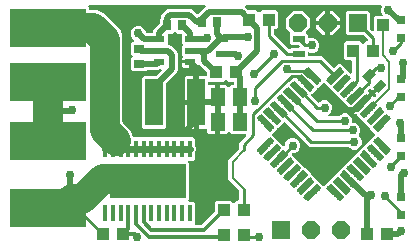
<source format=gbr>
G04 EAGLE Gerber RS-274X export*
G75*
%MOMM*%
%FSLAX34Y34*%
%LPD*%
%INTop Copper*%
%IPPOS*%
%AMOC8*
5,1,8,0,0,1.08239X$1,22.5*%
G01*
%ADD10R,1.000000X0.500000*%
%ADD11C,0.137500*%
%ADD12R,1.498600X3.987800*%
%ADD13R,0.896100X0.517200*%
%ADD14R,1.524000X1.524000*%
%ADD15P,1.649562X8X22.500000*%
%ADD16R,1.000000X1.100000*%
%ADD17R,0.800000X0.800000*%
%ADD18R,0.900000X0.700000*%
%ADD19R,0.700000X0.900000*%
%ADD20P,1.649562X8X202.500000*%
%ADD21R,6.451600X3.251200*%
%ADD22R,1.100000X1.000000*%
%ADD23R,1.000000X1.000000*%
%ADD24R,1.300000X1.500000*%
%ADD25R,0.354800X1.454900*%
%ADD26R,6.502400X2.870200*%
%ADD27C,0.254000*%
%ADD28C,0.756400*%
%ADD29C,2.540000*%
%ADD30C,0.508000*%
%ADD31C,0.200000*%
%ADD32C,0.304800*%
%ADD33C,0.812800*%
%ADD34C,0.609600*%

G36*
X180897Y24078D02*
X180897Y24078D01*
X180994Y24083D01*
X181037Y24098D01*
X181082Y24105D01*
X181169Y24144D01*
X181260Y24176D01*
X181294Y24201D01*
X181339Y24221D01*
X181436Y24304D01*
X181509Y24357D01*
X191567Y34415D01*
X191624Y34492D01*
X191689Y34563D01*
X191709Y34604D01*
X191736Y34641D01*
X191770Y34731D01*
X191812Y34817D01*
X191818Y34859D01*
X191835Y34904D01*
X191845Y35032D01*
X191859Y35122D01*
X191859Y43052D01*
X193348Y44541D01*
X205452Y44541D01*
X207193Y42800D01*
X207245Y42761D01*
X207290Y42715D01*
X207357Y42677D01*
X207419Y42630D01*
X207479Y42608D01*
X207535Y42576D01*
X207610Y42558D01*
X207683Y42531D01*
X207747Y42526D01*
X207809Y42511D01*
X207887Y42515D01*
X207964Y42509D01*
X208027Y42522D01*
X208091Y42525D01*
X208164Y42551D01*
X208240Y42567D01*
X208297Y42597D01*
X208358Y42618D01*
X208414Y42659D01*
X208489Y42699D01*
X208550Y42758D01*
X208607Y42800D01*
X210348Y44541D01*
X211590Y44541D01*
X211654Y44550D01*
X211718Y44549D01*
X211793Y44570D01*
X211869Y44581D01*
X211928Y44607D01*
X211990Y44624D01*
X212056Y44665D01*
X212126Y44697D01*
X212175Y44739D01*
X212230Y44772D01*
X212282Y44830D01*
X212340Y44880D01*
X212376Y44934D01*
X212419Y44982D01*
X212452Y45051D01*
X212495Y45116D01*
X212514Y45178D01*
X212542Y45235D01*
X212553Y45305D01*
X212577Y45386D01*
X212578Y45471D01*
X212589Y45540D01*
X212589Y52389D01*
X212576Y52484D01*
X212571Y52581D01*
X212556Y52624D01*
X212549Y52669D01*
X212510Y52756D01*
X212478Y52847D01*
X212453Y52881D01*
X212433Y52926D01*
X212350Y53023D01*
X212297Y53096D01*
X203459Y61933D01*
X203459Y79067D01*
X212297Y87904D01*
X212354Y87981D01*
X212419Y88052D01*
X212439Y88093D01*
X212466Y88130D01*
X212500Y88220D01*
X212542Y88306D01*
X212548Y88348D01*
X212565Y88393D01*
X212575Y88521D01*
X212589Y88611D01*
X212589Y93493D01*
X218350Y99253D01*
X218370Y99279D01*
X218394Y99300D01*
X218454Y99392D01*
X218519Y99479D01*
X218531Y99509D01*
X218548Y99536D01*
X218580Y99641D01*
X218619Y99743D01*
X218621Y99775D01*
X218631Y99806D01*
X218632Y99915D01*
X218641Y100024D01*
X218634Y100056D01*
X218635Y100088D01*
X218605Y100193D01*
X218583Y100300D01*
X218568Y100329D01*
X218559Y100360D01*
X218502Y100453D01*
X218451Y100549D01*
X218428Y100572D01*
X218411Y100600D01*
X218330Y100673D01*
X218254Y100751D01*
X218226Y100767D01*
X218202Y100789D01*
X218104Y100836D01*
X218009Y100890D01*
X217977Y100898D01*
X217948Y100912D01*
X217859Y100926D01*
X217734Y100955D01*
X217686Y100953D01*
X217644Y100959D01*
X205948Y100959D01*
X204662Y102245D01*
X204619Y102277D01*
X204582Y102317D01*
X204507Y102362D01*
X204436Y102414D01*
X204386Y102433D01*
X204340Y102461D01*
X204255Y102483D01*
X204172Y102514D01*
X204119Y102518D01*
X204067Y102532D01*
X203979Y102529D01*
X203891Y102536D01*
X203839Y102525D01*
X203785Y102523D01*
X203701Y102496D01*
X203615Y102478D01*
X203568Y102453D01*
X203517Y102436D01*
X203444Y102387D01*
X203366Y102346D01*
X203328Y102308D01*
X203283Y102278D01*
X203234Y102217D01*
X203164Y102149D01*
X203128Y102086D01*
X203090Y102038D01*
X203033Y101940D01*
X202560Y101467D01*
X201981Y101132D01*
X201335Y100959D01*
X196499Y100959D01*
X196499Y110000D01*
X196490Y110064D01*
X196491Y110128D01*
X196470Y110202D01*
X196459Y110279D01*
X196433Y110338D01*
X196416Y110400D01*
X196375Y110466D01*
X196343Y110536D01*
X196301Y110585D01*
X196268Y110640D01*
X196210Y110691D01*
X196160Y110750D01*
X196106Y110786D01*
X196058Y110829D01*
X195989Y110862D01*
X195924Y110905D01*
X195862Y110924D01*
X195805Y110952D01*
X195735Y110962D01*
X195654Y110987D01*
X195569Y110988D01*
X195500Y110999D01*
X193500Y110999D01*
X193436Y110990D01*
X193372Y110991D01*
X193297Y110970D01*
X193221Y110959D01*
X193162Y110933D01*
X193100Y110916D01*
X193034Y110875D01*
X192964Y110843D01*
X192915Y110801D01*
X192860Y110768D01*
X192808Y110710D01*
X192750Y110660D01*
X192714Y110606D01*
X192671Y110558D01*
X192638Y110489D01*
X192595Y110424D01*
X192576Y110362D01*
X192548Y110304D01*
X192538Y110235D01*
X192513Y110154D01*
X192512Y110069D01*
X192501Y110000D01*
X192501Y100959D01*
X187665Y100959D01*
X187019Y101132D01*
X186440Y101467D01*
X185967Y101940D01*
X185632Y102519D01*
X185459Y103165D01*
X185459Y104248D01*
X185452Y104301D01*
X185454Y104355D01*
X185432Y104440D01*
X185419Y104527D01*
X185397Y104576D01*
X185384Y104628D01*
X185339Y104704D01*
X185303Y104784D01*
X185268Y104825D01*
X185241Y104871D01*
X185177Y104932D01*
X185120Y104999D01*
X185075Y105028D01*
X185036Y105065D01*
X184958Y105105D01*
X184884Y105153D01*
X184833Y105169D01*
X184785Y105193D01*
X184698Y105210D01*
X184614Y105235D01*
X184561Y105236D01*
X184508Y105246D01*
X184430Y105238D01*
X184332Y105239D01*
X184264Y105220D01*
X178399Y105220D01*
X178399Y126700D01*
X178390Y126764D01*
X178391Y126828D01*
X178370Y126902D01*
X178359Y126979D01*
X178333Y127038D01*
X178316Y127100D01*
X178275Y127166D01*
X178243Y127236D01*
X178201Y127285D01*
X178168Y127340D01*
X178110Y127391D01*
X178060Y127450D01*
X178006Y127486D01*
X177958Y127529D01*
X177889Y127562D01*
X177824Y127605D01*
X177762Y127624D01*
X177705Y127652D01*
X177635Y127662D01*
X177554Y127687D01*
X177469Y127688D01*
X177400Y127699D01*
X176399Y127699D01*
X176399Y127701D01*
X177400Y127701D01*
X177464Y127710D01*
X177528Y127709D01*
X177603Y127730D01*
X177679Y127741D01*
X177738Y127767D01*
X177800Y127784D01*
X177866Y127825D01*
X177936Y127857D01*
X177985Y127899D01*
X178040Y127932D01*
X178092Y127990D01*
X178150Y128040D01*
X178186Y128094D01*
X178229Y128142D01*
X178262Y128211D01*
X178305Y128276D01*
X178324Y128338D01*
X178352Y128396D01*
X178362Y128465D01*
X178387Y128546D01*
X178388Y128631D01*
X178399Y128700D01*
X178399Y150180D01*
X184359Y150180D01*
X184361Y150179D01*
X184424Y150189D01*
X184488Y150188D01*
X184563Y150208D01*
X184640Y150219D01*
X184698Y150246D01*
X184760Y150263D01*
X184826Y150304D01*
X184897Y150336D01*
X184945Y150377D01*
X185000Y150411D01*
X185052Y150469D01*
X185111Y150519D01*
X185146Y150573D01*
X185189Y150620D01*
X185223Y150690D01*
X185265Y150755D01*
X185284Y150817D01*
X185312Y150874D01*
X185323Y150944D01*
X185347Y151025D01*
X185348Y151110D01*
X185359Y151179D01*
X185359Y152942D01*
X185346Y153037D01*
X185341Y153133D01*
X185326Y153176D01*
X185319Y153221D01*
X185280Y153308D01*
X185248Y153399D01*
X185223Y153434D01*
X185203Y153478D01*
X185125Y153569D01*
X185101Y153608D01*
X185086Y153621D01*
X185067Y153648D01*
X180413Y158302D01*
X179657Y159058D01*
X179622Y159084D01*
X179594Y159116D01*
X179510Y159168D01*
X179431Y159227D01*
X179391Y159242D01*
X179355Y159265D01*
X179259Y159292D01*
X179167Y159327D01*
X179124Y159330D01*
X179083Y159342D01*
X178984Y159341D01*
X178886Y159349D01*
X178844Y159340D01*
X178801Y159340D01*
X178707Y159311D01*
X178610Y159291D01*
X178572Y159271D01*
X178531Y159259D01*
X178448Y159205D01*
X178361Y159159D01*
X178330Y159129D01*
X178294Y159105D01*
X178230Y159031D01*
X178159Y158962D01*
X178138Y158924D01*
X178110Y158892D01*
X178075Y158814D01*
X178020Y158716D01*
X178006Y158658D01*
X177985Y158610D01*
X177938Y158433D01*
X177603Y157854D01*
X177130Y157381D01*
X176551Y157046D01*
X175905Y156873D01*
X172382Y156873D01*
X172382Y161707D01*
X172373Y161770D01*
X172374Y161835D01*
X172353Y161909D01*
X172342Y161986D01*
X172316Y162044D01*
X172298Y162106D01*
X172258Y162172D01*
X172226Y162243D01*
X172184Y162292D01*
X172150Y162346D01*
X172093Y162398D01*
X172042Y162457D01*
X171989Y162492D01*
X171941Y162535D01*
X171871Y162569D01*
X171806Y162612D01*
X171745Y162630D01*
X171727Y162639D01*
X171712Y162693D01*
X171671Y162759D01*
X171640Y162829D01*
X171598Y162878D01*
X171564Y162933D01*
X171506Y162985D01*
X171456Y163043D01*
X171402Y163079D01*
X171355Y163122D01*
X171285Y163155D01*
X171220Y163198D01*
X171159Y163217D01*
X171101Y163245D01*
X171031Y163256D01*
X170950Y163280D01*
X170866Y163281D01*
X170796Y163292D01*
X164068Y163292D01*
X164068Y164921D01*
X164241Y165567D01*
X164635Y166248D01*
X164663Y166317D01*
X164700Y166382D01*
X164715Y166448D01*
X164740Y166509D01*
X164747Y166584D01*
X164764Y166657D01*
X164761Y166724D01*
X164768Y166790D01*
X164754Y166864D01*
X164750Y166939D01*
X164728Y167002D01*
X164716Y167067D01*
X164682Y167134D01*
X164658Y167205D01*
X164621Y167255D01*
X164589Y167319D01*
X164522Y167391D01*
X164476Y167454D01*
X164068Y167862D01*
X164068Y175138D01*
X164473Y175543D01*
X164512Y175595D01*
X164558Y175640D01*
X164596Y175707D01*
X164643Y175769D01*
X164665Y175829D01*
X164697Y175885D01*
X164715Y175960D01*
X164742Y176033D01*
X164747Y176097D01*
X164762Y176159D01*
X164758Y176237D01*
X164764Y176314D01*
X164751Y176377D01*
X164748Y176441D01*
X164722Y176514D01*
X164706Y176590D01*
X164676Y176647D01*
X164655Y176708D01*
X164614Y176764D01*
X164574Y176839D01*
X164515Y176900D01*
X164473Y176957D01*
X164068Y177362D01*
X164068Y184960D01*
X164059Y185022D01*
X164060Y185072D01*
X164060Y185073D01*
X164060Y185088D01*
X164039Y185163D01*
X164028Y185239D01*
X164002Y185298D01*
X163985Y185360D01*
X163944Y185426D01*
X163912Y185496D01*
X163870Y185545D01*
X163837Y185600D01*
X163779Y185652D01*
X163729Y185710D01*
X163675Y185746D01*
X163627Y185789D01*
X163558Y185822D01*
X163493Y185865D01*
X163431Y185884D01*
X163374Y185912D01*
X163304Y185923D01*
X163223Y185947D01*
X163138Y185948D01*
X163069Y185959D01*
X159948Y185959D01*
X158707Y187200D01*
X158655Y187239D01*
X158610Y187285D01*
X158543Y187323D01*
X158481Y187370D01*
X158421Y187392D01*
X158365Y187424D01*
X158290Y187442D01*
X158217Y187469D01*
X158153Y187474D01*
X158090Y187489D01*
X158013Y187485D01*
X157936Y187491D01*
X157873Y187478D01*
X157809Y187474D01*
X157736Y187449D01*
X157660Y187433D01*
X157603Y187403D01*
X157542Y187382D01*
X157486Y187341D01*
X157411Y187301D01*
X157350Y187242D01*
X157293Y187200D01*
X156052Y185959D01*
X153131Y185959D01*
X153067Y185950D01*
X153003Y185951D01*
X152928Y185930D01*
X152852Y185919D01*
X152793Y185893D01*
X152731Y185876D01*
X152665Y185835D01*
X152595Y185803D01*
X152546Y185761D01*
X152491Y185728D01*
X152439Y185670D01*
X152381Y185620D01*
X152345Y185566D01*
X152302Y185518D01*
X152269Y185449D01*
X152226Y185384D01*
X152207Y185322D01*
X152179Y185265D01*
X152168Y185195D01*
X152144Y185114D01*
X152143Y185029D01*
X152132Y184960D01*
X152132Y177580D01*
X152141Y177516D01*
X152140Y177452D01*
X152161Y177377D01*
X152172Y177301D01*
X152198Y177242D01*
X152215Y177180D01*
X152256Y177114D01*
X152288Y177044D01*
X152330Y176995D01*
X152363Y176940D01*
X152421Y176888D01*
X152471Y176830D01*
X152525Y176794D01*
X152573Y176751D01*
X152642Y176718D01*
X152707Y176675D01*
X152769Y176656D01*
X152826Y176628D01*
X152896Y176617D01*
X152977Y176593D01*
X153062Y176592D01*
X153131Y176581D01*
X153511Y176581D01*
X155378Y175807D01*
X160307Y170878D01*
X161081Y169011D01*
X161081Y154989D01*
X160307Y153122D01*
X150726Y143541D01*
X150669Y143464D01*
X150604Y143393D01*
X150584Y143352D01*
X150557Y143316D01*
X150523Y143226D01*
X150481Y143139D01*
X150475Y143097D01*
X150458Y143052D01*
X150448Y142924D01*
X150434Y142835D01*
X150434Y106709D01*
X148945Y105220D01*
X131855Y105220D01*
X130366Y106709D01*
X130366Y148691D01*
X131855Y150180D01*
X142581Y150180D01*
X142676Y150193D01*
X142772Y150198D01*
X142815Y150213D01*
X142860Y150220D01*
X142947Y150259D01*
X143038Y150291D01*
X143073Y150316D01*
X143117Y150336D01*
X143214Y150419D01*
X143287Y150472D01*
X146737Y153922D01*
X146789Y153991D01*
X146848Y154055D01*
X146873Y154104D01*
X146906Y154147D01*
X146936Y154229D01*
X146976Y154306D01*
X146986Y154360D01*
X147005Y154411D01*
X147012Y154498D01*
X147028Y154583D01*
X147023Y154638D01*
X147027Y154692D01*
X147009Y154777D01*
X147001Y154864D01*
X146981Y154915D01*
X146970Y154969D01*
X146929Y155045D01*
X146897Y155126D01*
X146863Y155169D01*
X146837Y155218D01*
X146777Y155280D01*
X146723Y155348D01*
X146679Y155380D01*
X146640Y155420D01*
X146565Y155462D01*
X146494Y155513D01*
X146443Y155532D01*
X146395Y155559D01*
X146310Y155579D01*
X146229Y155608D01*
X146174Y155611D01*
X146121Y155624D01*
X146034Y155619D01*
X145947Y155624D01*
X145898Y155612D01*
X145839Y155609D01*
X145731Y155572D01*
X145648Y155552D01*
X144121Y154919D01*
X134926Y154919D01*
X134831Y154906D01*
X134735Y154901D01*
X134692Y154886D01*
X134647Y154879D01*
X134560Y154840D01*
X134469Y154808D01*
X134434Y154783D01*
X134390Y154763D01*
X134293Y154680D01*
X134220Y154627D01*
X133552Y153959D01*
X122448Y153959D01*
X120959Y155448D01*
X120959Y164552D01*
X122200Y165793D01*
X122239Y165845D01*
X122285Y165890D01*
X122323Y165957D01*
X122370Y166019D01*
X122392Y166079D01*
X122424Y166135D01*
X122442Y166210D01*
X122469Y166283D01*
X122474Y166347D01*
X122489Y166410D01*
X122485Y166487D01*
X122491Y166564D01*
X122478Y166627D01*
X122474Y166691D01*
X122449Y166764D01*
X122433Y166840D01*
X122403Y166897D01*
X122382Y166958D01*
X122341Y167014D01*
X122301Y167089D01*
X122242Y167150D01*
X122200Y167207D01*
X120959Y168448D01*
X120959Y177552D01*
X122448Y179041D01*
X122605Y179041D01*
X122637Y179045D01*
X122669Y179043D01*
X122776Y179065D01*
X122884Y179081D01*
X122914Y179094D01*
X122945Y179100D01*
X123042Y179152D01*
X123141Y179197D01*
X123166Y179218D01*
X123194Y179233D01*
X123273Y179309D01*
X123356Y179380D01*
X123373Y179407D01*
X123396Y179430D01*
X123450Y179525D01*
X123510Y179616D01*
X123520Y179647D01*
X123535Y179675D01*
X123561Y179781D01*
X123592Y179886D01*
X123593Y179918D01*
X123600Y179949D01*
X123595Y180059D01*
X123596Y180168D01*
X123588Y180199D01*
X123586Y180231D01*
X123550Y180334D01*
X123521Y180440D01*
X123504Y180467D01*
X123494Y180498D01*
X123440Y180571D01*
X123373Y180680D01*
X123337Y180712D01*
X123312Y180747D01*
X121640Y182418D01*
X120677Y184742D01*
X120677Y187258D01*
X121640Y189582D01*
X123418Y191360D01*
X125742Y192323D01*
X128258Y192323D01*
X130582Y191360D01*
X132360Y189582D01*
X133327Y187248D01*
X133336Y187181D01*
X133341Y187085D01*
X133356Y187042D01*
X133363Y186997D01*
X133402Y186910D01*
X133434Y186819D01*
X133459Y186784D01*
X133479Y186740D01*
X133562Y186643D01*
X133615Y186570D01*
X133812Y186373D01*
X133889Y186316D01*
X133960Y186251D01*
X134001Y186231D01*
X134037Y186204D01*
X134127Y186170D01*
X134214Y186128D01*
X134256Y186122D01*
X134301Y186105D01*
X134429Y186095D01*
X134518Y186081D01*
X139031Y186081D01*
X139094Y186090D01*
X139158Y186089D01*
X139233Y186110D01*
X139310Y186121D01*
X139368Y186147D01*
X139430Y186164D01*
X139496Y186205D01*
X139567Y186237D01*
X139615Y186279D01*
X139670Y186312D01*
X139722Y186370D01*
X139781Y186420D01*
X139816Y186474D01*
X139859Y186522D01*
X139893Y186591D01*
X139935Y186656D01*
X139954Y186718D01*
X139982Y186775D01*
X139993Y186845D01*
X140018Y186926D01*
X140019Y187011D01*
X140030Y187080D01*
X140030Y187621D01*
X140803Y189489D01*
X145167Y193852D01*
X145224Y193929D01*
X145289Y194000D01*
X145309Y194041D01*
X145336Y194077D01*
X145370Y194167D01*
X145412Y194254D01*
X145418Y194296D01*
X145435Y194341D01*
X145445Y194469D01*
X145459Y194558D01*
X145459Y198552D01*
X146127Y199220D01*
X146159Y199263D01*
X146170Y199273D01*
X146190Y199303D01*
X146249Y199368D01*
X146269Y199409D01*
X146296Y199445D01*
X146313Y199491D01*
X146325Y199509D01*
X146338Y199553D01*
X146372Y199622D01*
X146378Y199664D01*
X146395Y199709D01*
X146399Y199750D01*
X146407Y199779D01*
X146408Y199856D01*
X146419Y199926D01*
X146419Y200511D01*
X147193Y202378D01*
X151122Y206307D01*
X152989Y207081D01*
X171011Y207081D01*
X172878Y206307D01*
X176452Y202733D01*
X176529Y202676D01*
X176600Y202611D01*
X176641Y202591D01*
X176677Y202564D01*
X176767Y202530D01*
X176854Y202488D01*
X176896Y202482D01*
X176941Y202465D01*
X177069Y202455D01*
X177158Y202441D01*
X177842Y202441D01*
X177937Y202454D01*
X178033Y202459D01*
X178076Y202474D01*
X178121Y202481D01*
X178208Y202520D01*
X178299Y202552D01*
X178334Y202577D01*
X178378Y202597D01*
X178475Y202680D01*
X178548Y202733D01*
X183948Y208133D01*
X183968Y208159D01*
X183992Y208180D01*
X184052Y208272D01*
X184118Y208359D01*
X184129Y208389D01*
X184147Y208416D01*
X184178Y208521D01*
X184217Y208623D01*
X184220Y208655D01*
X184229Y208686D01*
X184230Y208795D01*
X184239Y208904D01*
X184232Y208936D01*
X184233Y208968D01*
X184203Y209073D01*
X184181Y209180D01*
X184166Y209209D01*
X184157Y209240D01*
X184100Y209333D01*
X184049Y209429D01*
X184026Y209452D01*
X184009Y209480D01*
X183928Y209553D01*
X183852Y209631D01*
X183824Y209647D01*
X183800Y209669D01*
X183702Y209716D01*
X183607Y209770D01*
X183575Y209778D01*
X183546Y209792D01*
X183457Y209806D01*
X183332Y209835D01*
X183284Y209833D01*
X183242Y209839D01*
X85980Y209839D01*
X85948Y209835D01*
X85916Y209837D01*
X85809Y209815D01*
X85701Y209799D01*
X85672Y209786D01*
X85640Y209780D01*
X85544Y209728D01*
X85444Y209683D01*
X85420Y209662D01*
X85391Y209647D01*
X85313Y209571D01*
X85230Y209500D01*
X85212Y209473D01*
X85189Y209450D01*
X85135Y209356D01*
X85075Y209264D01*
X85066Y209233D01*
X85050Y209205D01*
X85025Y209099D01*
X84993Y208994D01*
X84993Y208962D01*
X84985Y208931D01*
X84991Y208821D01*
X84989Y208712D01*
X84998Y208681D01*
X84999Y208649D01*
X85035Y208546D01*
X85064Y208440D01*
X85081Y208413D01*
X85092Y208382D01*
X85145Y208309D01*
X85213Y208200D01*
X85249Y208168D01*
X85274Y208133D01*
X85599Y207808D01*
X85599Y206740D01*
X85608Y206676D01*
X85607Y206612D01*
X85628Y206537D01*
X85639Y206461D01*
X85665Y206402D01*
X85682Y206340D01*
X85723Y206274D01*
X85755Y206204D01*
X85797Y206155D01*
X85830Y206100D01*
X85888Y206048D01*
X85938Y205990D01*
X85992Y205954D01*
X86040Y205911D01*
X86109Y205878D01*
X86174Y205835D01*
X86236Y205816D01*
X86293Y205788D01*
X86363Y205777D01*
X86444Y205753D01*
X86529Y205752D01*
X86598Y205741D01*
X91932Y205741D01*
X97533Y203420D01*
X111520Y189433D01*
X113841Y183832D01*
X113841Y111127D01*
X113854Y111032D01*
X113859Y110936D01*
X113874Y110893D01*
X113881Y110848D01*
X113920Y110760D01*
X113952Y110669D01*
X113977Y110635D01*
X113997Y110591D01*
X114080Y110493D01*
X114133Y110420D01*
X120920Y103633D01*
X122986Y98646D01*
X122991Y98637D01*
X122994Y98628D01*
X123063Y98516D01*
X123130Y98403D01*
X123137Y98396D01*
X123142Y98388D01*
X123240Y98300D01*
X123336Y98210D01*
X123344Y98206D01*
X123351Y98199D01*
X123470Y98142D01*
X123587Y98082D01*
X123597Y98080D01*
X123605Y98076D01*
X123681Y98064D01*
X123864Y98030D01*
X123888Y98032D01*
X123910Y98029D01*
X128387Y98029D01*
X128411Y98023D01*
X128487Y98027D01*
X128562Y98021D01*
X128600Y98029D01*
X134887Y98029D01*
X134911Y98023D01*
X134987Y98027D01*
X135062Y98021D01*
X135100Y98029D01*
X141387Y98029D01*
X141411Y98023D01*
X141488Y98027D01*
X141564Y98021D01*
X141601Y98029D01*
X147887Y98029D01*
X147911Y98023D01*
X147988Y98027D01*
X148064Y98021D01*
X148101Y98029D01*
X154387Y98029D01*
X154411Y98023D01*
X154488Y98027D01*
X154564Y98021D01*
X154601Y98029D01*
X160887Y98029D01*
X160911Y98023D01*
X160988Y98027D01*
X161064Y98021D01*
X161101Y98029D01*
X167387Y98029D01*
X167411Y98023D01*
X167488Y98027D01*
X167564Y98021D01*
X167601Y98029D01*
X173576Y98029D01*
X175065Y96540D01*
X175065Y92216D01*
X175078Y92121D01*
X175083Y92025D01*
X175098Y91982D01*
X175105Y91937D01*
X175144Y91850D01*
X175176Y91759D01*
X175201Y91724D01*
X175221Y91680D01*
X175304Y91583D01*
X175357Y91510D01*
X175488Y91379D01*
X176339Y89325D01*
X176339Y87102D01*
X175488Y85048D01*
X175357Y84917D01*
X175300Y84840D01*
X175235Y84769D01*
X175215Y84728D01*
X175188Y84692D01*
X175154Y84602D01*
X175112Y84515D01*
X175106Y84473D01*
X175089Y84428D01*
X175079Y84300D01*
X175065Y84211D01*
X175065Y79887D01*
X173576Y78398D01*
X170470Y78398D01*
X170438Y78394D01*
X170406Y78396D01*
X170299Y78374D01*
X170191Y78358D01*
X170162Y78345D01*
X170130Y78339D01*
X170034Y78287D01*
X169934Y78242D01*
X169910Y78221D01*
X169881Y78206D01*
X169803Y78130D01*
X169720Y78059D01*
X169702Y78032D01*
X169679Y78009D01*
X169625Y77914D01*
X169565Y77823D01*
X169556Y77792D01*
X169540Y77764D01*
X169515Y77658D01*
X169483Y77553D01*
X169483Y77521D01*
X169475Y77489D01*
X169481Y77380D01*
X169479Y77271D01*
X169488Y77240D01*
X169490Y77208D01*
X169525Y77105D01*
X169554Y76999D01*
X169571Y76972D01*
X169582Y76941D01*
X169635Y76868D01*
X169703Y76759D01*
X169739Y76727D01*
X169764Y76692D01*
X170053Y76403D01*
X170053Y45597D01*
X169764Y45308D01*
X169744Y45282D01*
X169720Y45261D01*
X169660Y45169D01*
X169594Y45082D01*
X169583Y45052D01*
X169565Y45025D01*
X169533Y44920D01*
X169495Y44818D01*
X169492Y44786D01*
X169483Y44755D01*
X169482Y44646D01*
X169473Y44537D01*
X169480Y44505D01*
X169479Y44473D01*
X169508Y44368D01*
X169531Y44261D01*
X169546Y44232D01*
X169554Y44201D01*
X169612Y44108D01*
X169663Y44012D01*
X169686Y43989D01*
X169703Y43961D01*
X169784Y43888D01*
X169860Y43810D01*
X169888Y43794D01*
X169912Y43772D01*
X170010Y43725D01*
X170105Y43671D01*
X170137Y43663D01*
X170166Y43649D01*
X170255Y43635D01*
X170380Y43606D01*
X170428Y43608D01*
X170470Y43602D01*
X173576Y43602D01*
X175065Y42113D01*
X175065Y25064D01*
X175074Y25000D01*
X175073Y24936D01*
X175094Y24861D01*
X175105Y24785D01*
X175131Y24726D01*
X175148Y24664D01*
X175189Y24598D01*
X175221Y24528D01*
X175263Y24479D01*
X175296Y24424D01*
X175354Y24372D01*
X175404Y24314D01*
X175458Y24278D01*
X175506Y24235D01*
X175575Y24202D01*
X175640Y24159D01*
X175702Y24140D01*
X175759Y24112D01*
X175829Y24101D01*
X175910Y24077D01*
X175995Y24076D01*
X176064Y24065D01*
X180802Y24065D01*
X180897Y24078D01*
G37*
G36*
X307286Y152053D02*
X307286Y152053D01*
X307318Y152053D01*
X307423Y152082D01*
X307530Y152104D01*
X307559Y152120D01*
X307590Y152128D01*
X307683Y152186D01*
X307779Y152237D01*
X307802Y152259D01*
X307830Y152276D01*
X307903Y152357D01*
X307981Y152434D01*
X307997Y152462D01*
X308019Y152486D01*
X308066Y152584D01*
X308120Y152679D01*
X308128Y152710D01*
X308142Y152739D01*
X308156Y152829D01*
X308185Y152953D01*
X308183Y153002D01*
X308189Y153044D01*
X308189Y162160D01*
X308180Y162224D01*
X308181Y162288D01*
X308160Y162363D01*
X308149Y162439D01*
X308123Y162498D01*
X308106Y162560D01*
X308065Y162626D01*
X308033Y162696D01*
X307991Y162745D01*
X307958Y162800D01*
X307900Y162852D01*
X307850Y162910D01*
X307796Y162946D01*
X307748Y162989D01*
X307679Y163022D01*
X307614Y163065D01*
X307552Y163084D01*
X307495Y163112D01*
X307425Y163123D01*
X307344Y163147D01*
X307259Y163148D01*
X307190Y163159D01*
X302648Y163159D01*
X301159Y164648D01*
X301159Y177752D01*
X302648Y179241D01*
X314752Y179241D01*
X316493Y177500D01*
X316545Y177461D01*
X316590Y177415D01*
X316657Y177377D01*
X316719Y177330D01*
X316779Y177308D01*
X316835Y177276D01*
X316910Y177258D01*
X316983Y177231D01*
X317047Y177226D01*
X317110Y177211D01*
X317187Y177215D01*
X317264Y177209D01*
X317327Y177222D01*
X317391Y177226D01*
X317464Y177251D01*
X317540Y177267D01*
X317597Y177297D01*
X317658Y177318D01*
X317714Y177359D01*
X317789Y177399D01*
X317850Y177458D01*
X317907Y177500D01*
X319648Y179241D01*
X320558Y179241D01*
X320590Y179245D01*
X320622Y179243D01*
X320729Y179265D01*
X320837Y179281D01*
X320866Y179294D01*
X320898Y179300D01*
X320994Y179352D01*
X321094Y179397D01*
X321118Y179418D01*
X321147Y179433D01*
X321225Y179509D01*
X321308Y179580D01*
X321326Y179607D01*
X321349Y179630D01*
X321403Y179725D01*
X321463Y179816D01*
X321472Y179847D01*
X321488Y179875D01*
X321513Y179982D01*
X321545Y180086D01*
X321545Y180118D01*
X321553Y180149D01*
X321547Y180259D01*
X321549Y180368D01*
X321540Y180399D01*
X321539Y180431D01*
X321503Y180534D01*
X321474Y180640D01*
X321457Y180667D01*
X321446Y180698D01*
X321393Y180771D01*
X321325Y180880D01*
X321289Y180912D01*
X321264Y180947D01*
X317864Y184347D01*
X317787Y184404D01*
X317716Y184469D01*
X317675Y184489D01*
X317639Y184516D01*
X317549Y184550D01*
X317462Y184592D01*
X317420Y184598D01*
X317375Y184615D01*
X317247Y184625D01*
X317158Y184639D01*
X304128Y184639D01*
X302639Y186128D01*
X302639Y203472D01*
X304128Y204961D01*
X321472Y204961D01*
X322961Y203472D01*
X322961Y190442D01*
X322974Y190347D01*
X322979Y190251D01*
X322994Y190208D01*
X323001Y190163D01*
X323040Y190076D01*
X323072Y189985D01*
X323097Y189950D01*
X323117Y189906D01*
X323200Y189809D01*
X323253Y189736D01*
X324753Y188236D01*
X324779Y188216D01*
X324800Y188192D01*
X324892Y188132D01*
X324979Y188066D01*
X325009Y188055D01*
X325036Y188037D01*
X325141Y188005D01*
X325243Y187967D01*
X325275Y187964D01*
X325306Y187955D01*
X325415Y187954D01*
X325524Y187945D01*
X325556Y187952D01*
X325588Y187951D01*
X325693Y187980D01*
X325800Y188003D01*
X325829Y188018D01*
X325860Y188026D01*
X325953Y188084D01*
X326049Y188135D01*
X326072Y188158D01*
X326100Y188175D01*
X326173Y188256D01*
X326251Y188332D01*
X326267Y188360D01*
X326289Y188384D01*
X326336Y188482D01*
X326390Y188577D01*
X326398Y188609D01*
X326412Y188638D01*
X326426Y188727D01*
X326455Y188852D01*
X326453Y188900D01*
X326459Y188942D01*
X326459Y199052D01*
X327948Y200541D01*
X333163Y200541D01*
X333195Y200545D01*
X333227Y200543D01*
X333334Y200565D01*
X333442Y200581D01*
X333472Y200594D01*
X333503Y200600D01*
X333600Y200652D01*
X333699Y200697D01*
X333724Y200718D01*
X333752Y200733D01*
X333831Y200809D01*
X333914Y200880D01*
X333931Y200907D01*
X333954Y200930D01*
X334008Y201025D01*
X334068Y201116D01*
X334078Y201147D01*
X334093Y201175D01*
X334119Y201281D01*
X334150Y201386D01*
X334151Y201418D01*
X334158Y201450D01*
X334153Y201559D01*
X334154Y201668D01*
X334146Y201699D01*
X334144Y201731D01*
X334108Y201834D01*
X334079Y201940D01*
X334062Y201967D01*
X334052Y201998D01*
X333998Y202071D01*
X333931Y202180D01*
X333895Y202212D01*
X333870Y202247D01*
X333640Y202476D01*
X332677Y204800D01*
X332677Y207316D01*
X333150Y208458D01*
X333180Y208572D01*
X333214Y208686D01*
X333215Y208709D01*
X333220Y208731D01*
X333217Y208849D01*
X333218Y208968D01*
X333212Y208990D01*
X333211Y209013D01*
X333175Y209125D01*
X333143Y209240D01*
X333131Y209259D01*
X333124Y209281D01*
X333057Y209379D01*
X332995Y209480D01*
X332978Y209495D01*
X332965Y209514D01*
X332873Y209589D01*
X332785Y209669D01*
X332765Y209679D01*
X332747Y209693D01*
X332638Y209740D01*
X332532Y209792D01*
X332510Y209795D01*
X332488Y209805D01*
X332304Y209827D01*
X332227Y209839D01*
X218658Y209839D01*
X218626Y209835D01*
X218594Y209837D01*
X218487Y209815D01*
X218379Y209799D01*
X218350Y209786D01*
X218318Y209780D01*
X218222Y209728D01*
X218122Y209683D01*
X218098Y209662D01*
X218069Y209647D01*
X217991Y209571D01*
X217908Y209500D01*
X217890Y209473D01*
X217867Y209450D01*
X217813Y209355D01*
X217753Y209264D01*
X217744Y209233D01*
X217728Y209205D01*
X217703Y209098D01*
X217671Y208994D01*
X217671Y208962D01*
X217663Y208931D01*
X217669Y208821D01*
X217667Y208712D01*
X217676Y208681D01*
X217678Y208649D01*
X217713Y208546D01*
X217743Y208440D01*
X217759Y208413D01*
X217770Y208382D01*
X217823Y208309D01*
X217891Y208200D01*
X217927Y208168D01*
X217952Y208133D01*
X219952Y206133D01*
X220029Y206076D01*
X220100Y206011D01*
X220141Y205991D01*
X220177Y205964D01*
X220267Y205930D01*
X220354Y205888D01*
X220396Y205882D01*
X220441Y205865D01*
X220569Y205855D01*
X220658Y205841D01*
X227152Y205841D01*
X228893Y204100D01*
X228945Y204061D01*
X228990Y204015D01*
X229057Y203977D01*
X229119Y203930D01*
X229179Y203908D01*
X229235Y203876D01*
X229310Y203858D01*
X229383Y203831D01*
X229447Y203826D01*
X229509Y203811D01*
X229587Y203815D01*
X229664Y203809D01*
X229727Y203822D01*
X229791Y203825D01*
X229864Y203851D01*
X229940Y203867D01*
X229997Y203897D01*
X230058Y203918D01*
X230114Y203959D01*
X230189Y203999D01*
X230250Y204058D01*
X230307Y204100D01*
X232048Y205841D01*
X244152Y205841D01*
X245641Y204352D01*
X245641Y191248D01*
X244152Y189759D01*
X242910Y189759D01*
X242846Y189750D01*
X242782Y189751D01*
X242707Y189730D01*
X242631Y189719D01*
X242572Y189693D01*
X242510Y189676D01*
X242444Y189635D01*
X242374Y189603D01*
X242325Y189561D01*
X242270Y189528D01*
X242218Y189470D01*
X242160Y189420D01*
X242124Y189366D01*
X242081Y189318D01*
X242048Y189249D01*
X242005Y189184D01*
X241986Y189122D01*
X241958Y189065D01*
X241947Y188995D01*
X241923Y188914D01*
X241922Y188829D01*
X241911Y188760D01*
X241911Y185892D01*
X241919Y185833D01*
X241919Y185815D01*
X241924Y185796D01*
X241929Y185701D01*
X241944Y185658D01*
X241951Y185613D01*
X241990Y185526D01*
X242022Y185435D01*
X242047Y185400D01*
X242067Y185356D01*
X242150Y185259D01*
X242203Y185186D01*
X254436Y172953D01*
X254513Y172896D01*
X254584Y172831D01*
X254625Y172811D01*
X254661Y172784D01*
X254751Y172750D01*
X254838Y172708D01*
X254880Y172702D01*
X254925Y172685D01*
X255053Y172675D01*
X255142Y172661D01*
X255304Y172661D01*
X255399Y172674D01*
X255495Y172679D01*
X255538Y172694D01*
X255583Y172701D01*
X255670Y172740D01*
X255761Y172772D01*
X255796Y172797D01*
X255840Y172817D01*
X255937Y172900D01*
X256010Y172953D01*
X256948Y173891D01*
X262858Y173891D01*
X262890Y173895D01*
X262922Y173893D01*
X263029Y173915D01*
X263137Y173931D01*
X263166Y173944D01*
X263198Y173950D01*
X263294Y174002D01*
X263394Y174047D01*
X263418Y174068D01*
X263447Y174083D01*
X263525Y174159D01*
X263608Y174230D01*
X263626Y174257D01*
X263649Y174280D01*
X263703Y174374D01*
X263763Y174466D01*
X263772Y174497D01*
X263788Y174525D01*
X263813Y174631D01*
X263845Y174736D01*
X263845Y174768D01*
X263853Y174799D01*
X263847Y174909D01*
X263849Y175018D01*
X263840Y175049D01*
X263838Y175081D01*
X263803Y175184D01*
X263774Y175290D01*
X263757Y175317D01*
X263746Y175348D01*
X263693Y175421D01*
X263625Y175530D01*
X263589Y175562D01*
X263564Y175597D01*
X262944Y176217D01*
X262867Y176274D01*
X262796Y176339D01*
X262755Y176359D01*
X262719Y176386D01*
X262629Y176420D01*
X262542Y176462D01*
X262500Y176468D01*
X262455Y176485D01*
X262327Y176495D01*
X262238Y176509D01*
X256948Y176509D01*
X255459Y177998D01*
X255459Y185102D01*
X255687Y185330D01*
X255726Y185382D01*
X255772Y185427D01*
X255810Y185494D01*
X255856Y185556D01*
X255879Y185616D01*
X255911Y185672D01*
X255929Y185747D01*
X255956Y185820D01*
X255961Y185884D01*
X255976Y185946D01*
X255972Y186024D01*
X255978Y186101D01*
X255965Y186164D01*
X255961Y186228D01*
X255936Y186301D01*
X255920Y186377D01*
X255890Y186434D01*
X255869Y186494D01*
X255827Y186551D01*
X255788Y186626D01*
X255729Y186687D01*
X255687Y186743D01*
X251839Y190591D01*
X251839Y199009D01*
X257791Y204961D01*
X266209Y204961D01*
X272161Y199009D01*
X272161Y190591D01*
X269313Y187743D01*
X269274Y187692D01*
X269228Y187647D01*
X269190Y187580D01*
X269144Y187518D01*
X269121Y187458D01*
X269089Y187402D01*
X269071Y187326D01*
X269044Y187254D01*
X269039Y187190D01*
X269024Y187127D01*
X269028Y187050D01*
X269022Y186973D01*
X269035Y186910D01*
X269039Y186846D01*
X269064Y186773D01*
X269080Y186697D01*
X269110Y186640D01*
X269131Y186579D01*
X269172Y186523D01*
X269212Y186448D01*
X269271Y186387D01*
X269313Y186330D01*
X270541Y185102D01*
X270541Y182906D01*
X270549Y182846D01*
X270549Y182818D01*
X270558Y182786D01*
X270569Y182671D01*
X270577Y182650D01*
X270581Y182627D01*
X270629Y182519D01*
X270673Y182409D01*
X270687Y182391D01*
X270697Y182370D01*
X270774Y182280D01*
X270847Y182187D01*
X270865Y182173D01*
X270880Y182156D01*
X270980Y182091D01*
X271076Y182022D01*
X271097Y182014D01*
X271116Y182001D01*
X271230Y181967D01*
X271341Y181927D01*
X271364Y181926D01*
X271386Y181919D01*
X271504Y181917D01*
X271623Y181910D01*
X271644Y181916D01*
X271668Y181915D01*
X271847Y181965D01*
X271922Y181983D01*
X272742Y182323D01*
X275258Y182323D01*
X277582Y181360D01*
X279360Y179582D01*
X280323Y177258D01*
X280323Y174742D01*
X279360Y172418D01*
X277582Y170640D01*
X275258Y169677D01*
X272742Y169677D01*
X271922Y170017D01*
X271807Y170046D01*
X271694Y170081D01*
X271671Y170081D01*
X271649Y170087D01*
X271531Y170083D01*
X271412Y170085D01*
X271390Y170079D01*
X271367Y170078D01*
X271255Y170041D01*
X271140Y170010D01*
X271121Y169998D01*
X271099Y169991D01*
X271001Y169924D01*
X270900Y169861D01*
X270885Y169844D01*
X270866Y169832D01*
X270791Y169740D01*
X270711Y169652D01*
X270701Y169632D01*
X270687Y169614D01*
X270640Y169505D01*
X270588Y169398D01*
X270585Y169377D01*
X270575Y169355D01*
X270553Y169170D01*
X270541Y169094D01*
X270541Y167877D01*
X270550Y167813D01*
X270549Y167749D01*
X270570Y167674D01*
X270581Y167597D01*
X270607Y167539D01*
X270624Y167477D01*
X270665Y167411D01*
X270697Y167340D01*
X270739Y167292D01*
X270772Y167237D01*
X270830Y167185D01*
X270880Y167126D01*
X270934Y167091D01*
X270982Y167048D01*
X271051Y167014D01*
X271116Y166972D01*
X271178Y166953D01*
X271235Y166925D01*
X271305Y166914D01*
X271386Y166889D01*
X271471Y166888D01*
X271540Y166877D01*
X282426Y166877D01*
X284951Y164352D01*
X292205Y157098D01*
X292256Y157060D01*
X292301Y157014D01*
X292369Y156976D01*
X292431Y156929D01*
X292491Y156906D01*
X292547Y156875D01*
X292622Y156857D01*
X292694Y156830D01*
X292758Y156825D01*
X292821Y156810D01*
X292899Y156814D01*
X292976Y156808D01*
X293038Y156821D01*
X293103Y156824D01*
X293176Y156850D01*
X293252Y156865D01*
X293308Y156895D01*
X293369Y156917D01*
X293426Y156958D01*
X293501Y156998D01*
X293561Y157057D01*
X293618Y157098D01*
X296333Y159813D01*
X299008Y159813D01*
X303835Y154986D01*
X303844Y154953D01*
X303855Y154877D01*
X303882Y154818D01*
X303899Y154756D01*
X303940Y154690D01*
X303971Y154620D01*
X304013Y154571D01*
X304047Y154516D01*
X304104Y154464D01*
X304155Y154405D01*
X304209Y154370D01*
X304256Y154327D01*
X304326Y154293D01*
X304391Y154251D01*
X304452Y154232D01*
X304510Y154204D01*
X304579Y154193D01*
X304649Y154172D01*
X306483Y152337D01*
X306509Y152318D01*
X306530Y152294D01*
X306622Y152234D01*
X306709Y152168D01*
X306739Y152157D01*
X306766Y152139D01*
X306871Y152107D01*
X306973Y152069D01*
X307005Y152066D01*
X307036Y152057D01*
X307145Y152055D01*
X307254Y152047D01*
X307286Y152053D01*
G37*
G36*
X284327Y56822D02*
X284327Y56822D01*
X284391Y56825D01*
X284464Y56850D01*
X284540Y56866D01*
X284597Y56896D01*
X284658Y56917D01*
X284714Y56959D01*
X284789Y56999D01*
X284850Y57058D01*
X284907Y57099D01*
X288929Y61121D01*
X288961Y61130D01*
X289038Y61141D01*
X289096Y61168D01*
X289158Y61185D01*
X289224Y61225D01*
X289294Y61257D01*
X289343Y61299D01*
X289398Y61333D01*
X289450Y61390D01*
X289509Y61441D01*
X289544Y61495D01*
X289587Y61542D01*
X289621Y61612D01*
X289663Y61677D01*
X289682Y61738D01*
X289710Y61796D01*
X289721Y61865D01*
X289742Y61935D01*
X294585Y66778D01*
X294618Y66787D01*
X294694Y66798D01*
X294753Y66824D01*
X294815Y66842D01*
X294881Y66882D01*
X294951Y66914D01*
X295000Y66956D01*
X295055Y66990D01*
X295107Y67047D01*
X295166Y67098D01*
X295201Y67151D01*
X295244Y67199D01*
X295278Y67269D01*
X295320Y67334D01*
X295339Y67395D01*
X295367Y67453D01*
X295378Y67522D01*
X295399Y67592D01*
X300242Y72435D01*
X300275Y72444D01*
X300351Y72455D01*
X300410Y72481D01*
X300472Y72498D01*
X300538Y72539D01*
X300608Y72571D01*
X300657Y72613D01*
X300712Y72647D01*
X300764Y72704D01*
X300822Y72754D01*
X300858Y72808D01*
X300901Y72856D01*
X300934Y72925D01*
X300977Y72990D01*
X300996Y73052D01*
X301024Y73110D01*
X301035Y73179D01*
X301056Y73248D01*
X305899Y78092D01*
X305931Y78101D01*
X306008Y78112D01*
X306067Y78138D01*
X306129Y78155D01*
X306195Y78196D01*
X306265Y78228D01*
X306314Y78270D01*
X306369Y78303D01*
X306420Y78361D01*
X306479Y78411D01*
X306515Y78465D01*
X306558Y78513D01*
X306591Y78582D01*
X306634Y78647D01*
X306653Y78709D01*
X306681Y78767D01*
X306691Y78836D01*
X306713Y78905D01*
X311556Y83749D01*
X311588Y83758D01*
X311665Y83769D01*
X311723Y83795D01*
X311785Y83812D01*
X311851Y83853D01*
X311922Y83885D01*
X311971Y83926D01*
X312025Y83960D01*
X312077Y84018D01*
X312136Y84068D01*
X312171Y84122D01*
X312214Y84170D01*
X312248Y84239D01*
X312291Y84304D01*
X312309Y84366D01*
X312337Y84423D01*
X312348Y84493D01*
X312369Y84562D01*
X317213Y89405D01*
X317245Y89414D01*
X317322Y89425D01*
X317380Y89452D01*
X317442Y89469D01*
X317508Y89510D01*
X317579Y89542D01*
X317627Y89583D01*
X317682Y89617D01*
X317734Y89675D01*
X317793Y89725D01*
X317828Y89779D01*
X317871Y89826D01*
X317905Y89896D01*
X317947Y89961D01*
X317966Y90022D01*
X317994Y90080D01*
X318005Y90150D01*
X318026Y90219D01*
X322870Y95062D01*
X322902Y95071D01*
X322979Y95082D01*
X323037Y95109D01*
X323099Y95126D01*
X323165Y95167D01*
X323236Y95198D01*
X323284Y95240D01*
X323339Y95274D01*
X323391Y95331D01*
X323450Y95382D01*
X323485Y95436D01*
X323528Y95483D01*
X323562Y95553D01*
X323604Y95618D01*
X323623Y95679D01*
X323651Y95737D01*
X323662Y95806D01*
X323683Y95876D01*
X327701Y99893D01*
X327739Y99945D01*
X327785Y99990D01*
X327823Y100057D01*
X327870Y100119D01*
X327893Y100179D01*
X327924Y100235D01*
X327942Y100310D01*
X327970Y100383D01*
X327975Y100447D01*
X327989Y100509D01*
X327985Y100587D01*
X327991Y100664D01*
X327978Y100727D01*
X327975Y100791D01*
X327950Y100864D01*
X327934Y100940D01*
X327904Y100997D01*
X327882Y101058D01*
X327841Y101114D01*
X327801Y101189D01*
X327742Y101250D01*
X327701Y101307D01*
X323679Y105329D01*
X323670Y105361D01*
X323659Y105438D01*
X323632Y105496D01*
X323615Y105558D01*
X323575Y105624D01*
X323543Y105694D01*
X323501Y105743D01*
X323467Y105798D01*
X323410Y105850D01*
X323359Y105909D01*
X323305Y105944D01*
X323258Y105987D01*
X323188Y106021D01*
X323123Y106063D01*
X323062Y106082D01*
X323004Y106110D01*
X322935Y106121D01*
X322865Y106142D01*
X318022Y110985D01*
X318013Y111018D01*
X318002Y111094D01*
X317976Y111153D01*
X317958Y111215D01*
X317918Y111281D01*
X317886Y111351D01*
X317844Y111400D01*
X317810Y111455D01*
X317753Y111507D01*
X317702Y111566D01*
X317649Y111601D01*
X317601Y111644D01*
X317531Y111678D01*
X317466Y111720D01*
X317405Y111739D01*
X317347Y111767D01*
X317278Y111778D01*
X317208Y111799D01*
X312385Y116622D01*
X312385Y116721D01*
X312374Y116796D01*
X312374Y116871D01*
X312355Y116935D01*
X312345Y117001D01*
X312314Y117069D01*
X312293Y117141D01*
X312256Y117197D01*
X312229Y117258D01*
X312180Y117314D01*
X312140Y117377D01*
X312089Y117421D01*
X312046Y117472D01*
X311983Y117513D01*
X311926Y117562D01*
X311870Y117587D01*
X311810Y117626D01*
X311716Y117655D01*
X311644Y117687D01*
X311627Y117691D01*
X310891Y118116D01*
X310104Y118903D01*
X317292Y126092D01*
X317330Y126143D01*
X317377Y126188D01*
X317415Y126255D01*
X317461Y126317D01*
X317484Y126377D01*
X317506Y126415D01*
X317513Y126419D01*
X317574Y126440D01*
X317630Y126482D01*
X317705Y126522D01*
X317766Y126581D01*
X317823Y126622D01*
X325011Y133810D01*
X325798Y133023D01*
X326167Y132383D01*
X326200Y132341D01*
X326226Y132294D01*
X326287Y132230D01*
X326341Y132161D01*
X326385Y132130D01*
X326422Y132091D01*
X326499Y132048D01*
X326571Y131997D01*
X326621Y131979D01*
X326668Y131952D01*
X326754Y131932D01*
X326837Y131903D01*
X326890Y131900D01*
X326942Y131888D01*
X327030Y131892D01*
X327118Y131887D01*
X327170Y131899D01*
X327224Y131902D01*
X327307Y131931D01*
X327393Y131951D01*
X327440Y131977D01*
X327490Y131994D01*
X327554Y132041D01*
X327639Y132088D01*
X327690Y132140D01*
X327739Y132176D01*
X328596Y133033D01*
X328635Y133085D01*
X328681Y133129D01*
X328719Y133197D01*
X328766Y133259D01*
X328788Y133319D01*
X328820Y133375D01*
X328838Y133450D01*
X328865Y133523D01*
X328870Y133587D01*
X328885Y133649D01*
X328881Y133727D01*
X328887Y133804D01*
X328874Y133867D01*
X328871Y133931D01*
X328845Y134004D01*
X328829Y134080D01*
X328799Y134137D01*
X328778Y134197D01*
X328737Y134254D01*
X328697Y134329D01*
X328638Y134390D01*
X328596Y134446D01*
X327855Y135188D01*
X332303Y139636D01*
X332341Y139688D01*
X332387Y139733D01*
X332425Y139800D01*
X332472Y139862D01*
X332495Y139922D01*
X332526Y139978D01*
X332544Y140053D01*
X332571Y140126D01*
X332576Y140190D01*
X332591Y140252D01*
X332587Y140330D01*
X332593Y140407D01*
X332580Y140470D01*
X332577Y140534D01*
X332551Y140607D01*
X332536Y140683D01*
X332505Y140740D01*
X332484Y140801D01*
X332443Y140857D01*
X332403Y140932D01*
X332344Y140993D01*
X332303Y141050D01*
X331242Y142110D01*
X331191Y142149D01*
X331146Y142195D01*
X331078Y142233D01*
X331016Y142280D01*
X330956Y142302D01*
X330900Y142334D01*
X330825Y142352D01*
X330752Y142379D01*
X330689Y142384D01*
X330626Y142399D01*
X330548Y142395D01*
X330471Y142401D01*
X330409Y142388D01*
X330344Y142384D01*
X330271Y142359D01*
X330195Y142343D01*
X330138Y142313D01*
X330078Y142292D01*
X330021Y142251D01*
X329946Y142211D01*
X329886Y142152D01*
X329829Y142110D01*
X325381Y137662D01*
X323894Y139149D01*
X323843Y139187D01*
X323798Y139233D01*
X323731Y139272D01*
X323669Y139318D01*
X323609Y139341D01*
X323553Y139372D01*
X323477Y139390D01*
X323405Y139418D01*
X323341Y139422D01*
X323278Y139437D01*
X323201Y139433D01*
X323124Y139439D01*
X323061Y139426D01*
X322996Y139423D01*
X322923Y139398D01*
X322847Y139382D01*
X322791Y139352D01*
X322730Y139330D01*
X322673Y139289D01*
X322598Y139249D01*
X322538Y139190D01*
X322481Y139149D01*
X321675Y138343D01*
X321643Y138300D01*
X321604Y138263D01*
X321559Y138187D01*
X321506Y138117D01*
X321487Y138067D01*
X321459Y138021D01*
X321437Y137936D01*
X321406Y137853D01*
X321402Y137800D01*
X321389Y137748D01*
X321391Y137660D01*
X321384Y137572D01*
X321395Y137520D01*
X321397Y137466D01*
X321424Y137382D01*
X321442Y137296D01*
X321467Y137249D01*
X321484Y137198D01*
X321533Y137125D01*
X321574Y137047D01*
X321612Y137009D01*
X321642Y136964D01*
X321703Y136915D01*
X321771Y136845D01*
X321834Y136809D01*
X321882Y136771D01*
X322280Y136541D01*
X323067Y135754D01*
X315879Y128566D01*
X315840Y128514D01*
X315794Y128469D01*
X315756Y128402D01*
X315710Y128340D01*
X315687Y128280D01*
X315665Y128242D01*
X315658Y128238D01*
X315597Y128217D01*
X315541Y128175D01*
X315466Y128136D01*
X315405Y128076D01*
X315348Y128035D01*
X308160Y120847D01*
X307373Y121634D01*
X306948Y122370D01*
X306944Y122387D01*
X306914Y122456D01*
X306894Y122529D01*
X306859Y122585D01*
X306833Y122647D01*
X306785Y122705D01*
X306746Y122769D01*
X306696Y122813D01*
X306654Y122865D01*
X306592Y122907D01*
X306537Y122958D01*
X306477Y122987D01*
X306421Y123024D01*
X306350Y123048D01*
X306283Y123081D01*
X306222Y123090D01*
X306154Y123113D01*
X306056Y123116D01*
X305978Y123128D01*
X305879Y123128D01*
X301051Y127956D01*
X301042Y127988D01*
X301031Y128065D01*
X301005Y128123D01*
X300988Y128185D01*
X300947Y128251D01*
X300915Y128322D01*
X300873Y128371D01*
X300840Y128425D01*
X300782Y128477D01*
X300732Y128536D01*
X300678Y128571D01*
X300630Y128614D01*
X300561Y128648D01*
X300496Y128691D01*
X300434Y128709D01*
X300377Y128737D01*
X300307Y128748D01*
X300238Y128769D01*
X295394Y133613D01*
X295386Y133645D01*
X295375Y133722D01*
X295348Y133780D01*
X295331Y133842D01*
X295290Y133908D01*
X295258Y133979D01*
X295217Y134027D01*
X295183Y134082D01*
X295125Y134134D01*
X295075Y134193D01*
X295021Y134228D01*
X294974Y134271D01*
X294904Y134305D01*
X294839Y134347D01*
X294778Y134366D01*
X294720Y134394D01*
X294650Y134405D01*
X294581Y134426D01*
X289738Y139270D01*
X289729Y139302D01*
X289718Y139379D01*
X289691Y139437D01*
X289674Y139499D01*
X289633Y139565D01*
X289602Y139636D01*
X289560Y139684D01*
X289526Y139739D01*
X289468Y139791D01*
X289418Y139850D01*
X289364Y139885D01*
X289317Y139928D01*
X289247Y139962D01*
X289182Y140004D01*
X289121Y140023D01*
X289063Y140051D01*
X288993Y140062D01*
X288924Y140083D01*
X284907Y144101D01*
X284855Y144139D01*
X284810Y144185D01*
X284743Y144224D01*
X284681Y144270D01*
X284621Y144293D01*
X284565Y144324D01*
X284490Y144342D01*
X284417Y144370D01*
X284353Y144375D01*
X284291Y144389D01*
X284213Y144385D01*
X284136Y144391D01*
X284073Y144378D01*
X284009Y144375D01*
X283936Y144350D01*
X283860Y144334D01*
X283803Y144304D01*
X283742Y144282D01*
X283686Y144241D01*
X283611Y144201D01*
X283550Y144142D01*
X283493Y144101D01*
X279471Y140079D01*
X279439Y140070D01*
X279362Y140059D01*
X279304Y140032D01*
X279242Y140015D01*
X279176Y139975D01*
X279106Y139943D01*
X279057Y139901D01*
X279002Y139867D01*
X278950Y139810D01*
X278891Y139759D01*
X278856Y139705D01*
X278813Y139658D01*
X278779Y139588D01*
X278737Y139523D01*
X278718Y139462D01*
X278690Y139404D01*
X278679Y139335D01*
X278658Y139265D01*
X273983Y134590D01*
X273944Y134539D01*
X273898Y134494D01*
X273860Y134427D01*
X273813Y134365D01*
X273791Y134304D01*
X273759Y134248D01*
X273741Y134173D01*
X273714Y134101D01*
X273709Y134037D01*
X273694Y133974D01*
X273698Y133897D01*
X273692Y133819D01*
X273705Y133757D01*
X273709Y133692D01*
X273734Y133619D01*
X273750Y133543D01*
X273780Y133487D01*
X273801Y133426D01*
X273842Y133369D01*
X273882Y133294D01*
X273941Y133234D01*
X273983Y133177D01*
X279402Y127757D01*
X279454Y127719D01*
X279499Y127673D01*
X279566Y127634D01*
X279628Y127588D01*
X279688Y127565D01*
X279744Y127534D01*
X279819Y127516D01*
X279892Y127488D01*
X279956Y127483D01*
X280019Y127469D01*
X280096Y127473D01*
X280173Y127467D01*
X280236Y127480D01*
X280300Y127483D01*
X280373Y127508D01*
X280449Y127524D01*
X280506Y127554D01*
X280567Y127576D01*
X280623Y127617D01*
X280698Y127657D01*
X280759Y127716D01*
X280816Y127757D01*
X281418Y128360D01*
X283742Y129323D01*
X286258Y129323D01*
X288582Y128360D01*
X290360Y126582D01*
X291323Y124258D01*
X291323Y121742D01*
X290360Y119418D01*
X288458Y117517D01*
X288439Y117491D01*
X288414Y117470D01*
X288354Y117378D01*
X288289Y117291D01*
X288278Y117261D01*
X288260Y117234D01*
X288228Y117129D01*
X288189Y117027D01*
X288187Y116995D01*
X288178Y116964D01*
X288176Y116855D01*
X288168Y116746D01*
X288174Y116714D01*
X288174Y116682D01*
X288203Y116577D01*
X288225Y116470D01*
X288240Y116441D01*
X288249Y116410D01*
X288306Y116317D01*
X288358Y116221D01*
X288380Y116198D01*
X288397Y116170D01*
X288478Y116097D01*
X288554Y116019D01*
X288582Y116003D01*
X288606Y115981D01*
X288705Y115934D01*
X288800Y115880D01*
X288831Y115872D01*
X288860Y115858D01*
X288949Y115844D01*
X289074Y115815D01*
X289123Y115817D01*
X289165Y115811D01*
X296455Y115811D01*
X296550Y115824D01*
X296646Y115829D01*
X296689Y115844D01*
X296734Y115851D01*
X296822Y115890D01*
X296913Y115922D01*
X296947Y115947D01*
X296991Y115967D01*
X297089Y116050D01*
X297162Y116103D01*
X298418Y117360D01*
X300742Y118323D01*
X303258Y118323D01*
X305582Y117360D01*
X307360Y115582D01*
X308323Y113258D01*
X308323Y111322D01*
X308332Y111258D01*
X308331Y111194D01*
X308352Y111119D01*
X308363Y111043D01*
X308389Y110984D01*
X308406Y110922D01*
X308447Y110856D01*
X308479Y110786D01*
X308521Y110737D01*
X308554Y110682D01*
X308612Y110630D01*
X308662Y110572D01*
X308716Y110536D01*
X308764Y110493D01*
X308833Y110460D01*
X308898Y110417D01*
X308960Y110398D01*
X309017Y110370D01*
X309087Y110359D01*
X309168Y110335D01*
X309253Y110334D01*
X309322Y110323D01*
X310258Y110323D01*
X312582Y109360D01*
X314360Y107582D01*
X315323Y105258D01*
X315323Y102742D01*
X314360Y100418D01*
X314148Y100207D01*
X314110Y100155D01*
X314064Y100110D01*
X314025Y100043D01*
X313979Y99981D01*
X313956Y99921D01*
X313925Y99865D01*
X313907Y99790D01*
X313879Y99717D01*
X313874Y99653D01*
X313860Y99591D01*
X313864Y99513D01*
X313858Y99436D01*
X313871Y99373D01*
X313874Y99309D01*
X313899Y99236D01*
X313915Y99160D01*
X313945Y99103D01*
X313967Y99042D01*
X314008Y98986D01*
X314048Y98911D01*
X314107Y98850D01*
X314148Y98793D01*
X315360Y97582D01*
X316323Y95258D01*
X316323Y92742D01*
X315360Y90418D01*
X313582Y88640D01*
X311258Y87677D01*
X308742Y87677D01*
X306418Y88640D01*
X305162Y89897D01*
X305085Y89954D01*
X305014Y90019D01*
X304973Y90039D01*
X304936Y90066D01*
X304846Y90100D01*
X304760Y90142D01*
X304718Y90148D01*
X304672Y90165D01*
X304545Y90175D01*
X304455Y90189D01*
X272251Y90189D01*
X269726Y92714D01*
X251623Y110817D01*
X251572Y110856D01*
X251527Y110902D01*
X251459Y110940D01*
X251397Y110987D01*
X251337Y111009D01*
X251281Y111041D01*
X251206Y111059D01*
X251134Y111086D01*
X251070Y111091D01*
X251007Y111106D01*
X250929Y111102D01*
X250852Y111108D01*
X250790Y111095D01*
X250725Y111091D01*
X250652Y111066D01*
X250576Y111050D01*
X250520Y111020D01*
X250459Y110999D01*
X250402Y110958D01*
X250327Y110918D01*
X250267Y110859D01*
X250210Y110817D01*
X245530Y106138D01*
X245498Y106129D01*
X245421Y106118D01*
X245363Y106091D01*
X245301Y106074D01*
X245235Y106033D01*
X245164Y106002D01*
X245116Y105960D01*
X245061Y105926D01*
X245009Y105868D01*
X244950Y105818D01*
X244915Y105764D01*
X244872Y105717D01*
X244838Y105647D01*
X244796Y105582D01*
X244777Y105521D01*
X244749Y105463D01*
X244738Y105393D01*
X244717Y105324D01*
X240699Y101307D01*
X240661Y101255D01*
X240615Y101210D01*
X240576Y101143D01*
X240530Y101081D01*
X240507Y101021D01*
X240476Y100965D01*
X240458Y100890D01*
X240430Y100817D01*
X240425Y100753D01*
X240411Y100691D01*
X240415Y100613D01*
X240409Y100536D01*
X240422Y100473D01*
X240425Y100409D01*
X240450Y100336D01*
X240466Y100260D01*
X240496Y100203D01*
X240517Y100142D01*
X240559Y100086D01*
X240599Y100011D01*
X240658Y99950D01*
X240699Y99893D01*
X244721Y95871D01*
X244730Y95839D01*
X244741Y95762D01*
X244768Y95704D01*
X244785Y95642D01*
X244825Y95576D01*
X244857Y95506D01*
X244899Y95457D01*
X244933Y95402D01*
X244990Y95350D01*
X245041Y95291D01*
X245095Y95256D01*
X245142Y95213D01*
X245212Y95179D01*
X245277Y95137D01*
X245338Y95118D01*
X245396Y95090D01*
X245465Y95079D01*
X245535Y95058D01*
X249971Y90621D01*
X249997Y90602D01*
X250018Y90577D01*
X250110Y90517D01*
X250197Y90452D01*
X250227Y90441D01*
X250254Y90423D01*
X250359Y90391D01*
X250461Y90352D01*
X250493Y90350D01*
X250524Y90340D01*
X250633Y90339D01*
X250742Y90331D01*
X250774Y90337D01*
X250806Y90337D01*
X250911Y90366D01*
X251018Y90388D01*
X251047Y90403D01*
X251078Y90412D01*
X251171Y90469D01*
X251267Y90521D01*
X251290Y90543D01*
X251318Y90560D01*
X251391Y90641D01*
X251469Y90717D01*
X251485Y90745D01*
X251507Y90769D01*
X251554Y90868D01*
X251608Y90963D01*
X251616Y90994D01*
X251630Y91023D01*
X251644Y91112D01*
X251673Y91237D01*
X251671Y91286D01*
X251677Y91328D01*
X251677Y92258D01*
X252640Y94582D01*
X254418Y96360D01*
X256742Y97323D01*
X259258Y97323D01*
X261582Y96360D01*
X263360Y94582D01*
X264323Y92258D01*
X264323Y89742D01*
X263360Y87418D01*
X261582Y85640D01*
X259258Y84677D01*
X258328Y84677D01*
X258296Y84673D01*
X258264Y84675D01*
X258157Y84653D01*
X258049Y84637D01*
X258019Y84624D01*
X257988Y84618D01*
X257891Y84566D01*
X257792Y84521D01*
X257767Y84500D01*
X257739Y84485D01*
X257660Y84409D01*
X257577Y84338D01*
X257560Y84311D01*
X257537Y84288D01*
X257483Y84193D01*
X257423Y84102D01*
X257413Y84071D01*
X257398Y84043D01*
X257372Y83936D01*
X257340Y83832D01*
X257340Y83800D01*
X257333Y83769D01*
X257338Y83659D01*
X257337Y83550D01*
X257345Y83519D01*
X257347Y83487D01*
X257383Y83384D01*
X257412Y83278D01*
X257429Y83251D01*
X257439Y83220D01*
X257493Y83147D01*
X257560Y83038D01*
X257596Y83006D01*
X257621Y82971D01*
X261692Y78901D01*
X261701Y78869D01*
X261712Y78792D01*
X261738Y78733D01*
X261755Y78671D01*
X261796Y78605D01*
X261828Y78535D01*
X261870Y78486D01*
X261903Y78431D01*
X261961Y78380D01*
X262011Y78321D01*
X262065Y78285D01*
X262113Y78242D01*
X262182Y78209D01*
X262247Y78166D01*
X262309Y78147D01*
X262367Y78119D01*
X262436Y78109D01*
X262505Y78087D01*
X267349Y73244D01*
X267358Y73212D01*
X267369Y73135D01*
X267395Y73077D01*
X267412Y73015D01*
X267453Y72949D01*
X267485Y72878D01*
X267526Y72829D01*
X267560Y72775D01*
X267618Y72723D01*
X267668Y72664D01*
X267722Y72629D01*
X267770Y72586D01*
X267839Y72552D01*
X267904Y72509D01*
X267966Y72491D01*
X268023Y72463D01*
X268093Y72452D01*
X268162Y72431D01*
X273005Y67587D01*
X273014Y67555D01*
X273025Y67478D01*
X273052Y67420D01*
X273069Y67358D01*
X273110Y67292D01*
X273142Y67221D01*
X273183Y67172D01*
X273217Y67118D01*
X273275Y67066D01*
X273325Y67007D01*
X273379Y66972D01*
X273426Y66929D01*
X273496Y66895D01*
X273561Y66852D01*
X273622Y66834D01*
X273680Y66806D01*
X273750Y66795D01*
X273819Y66774D01*
X278662Y61930D01*
X278671Y61898D01*
X278682Y61821D01*
X278709Y61763D01*
X278726Y61701D01*
X278767Y61635D01*
X278798Y61564D01*
X278840Y61516D01*
X278874Y61461D01*
X278931Y61409D01*
X278982Y61350D01*
X279036Y61315D01*
X279083Y61272D01*
X279153Y61238D01*
X279218Y61196D01*
X279279Y61177D01*
X279337Y61149D01*
X279406Y61138D01*
X279476Y61117D01*
X283493Y57099D01*
X283545Y57061D01*
X283590Y57015D01*
X283657Y56976D01*
X283719Y56930D01*
X283779Y56907D01*
X283835Y56876D01*
X283910Y56858D01*
X283983Y56830D01*
X284047Y56825D01*
X284109Y56811D01*
X284187Y56815D01*
X284264Y56809D01*
X284327Y56822D01*
G37*
%LPC*%
G36*
X166366Y129699D02*
X166366Y129699D01*
X166366Y147974D01*
X166539Y148620D01*
X166874Y149199D01*
X167347Y149672D01*
X167926Y150007D01*
X168572Y150180D01*
X174401Y150180D01*
X174401Y129699D01*
X166366Y129699D01*
G37*
%LPD*%
%LPC*%
G36*
X168572Y105220D02*
X168572Y105220D01*
X167926Y105393D01*
X167347Y105728D01*
X166874Y106201D01*
X166539Y106780D01*
X166366Y107426D01*
X166366Y125701D01*
X174401Y125701D01*
X174401Y105220D01*
X168572Y105220D01*
G37*
%LPD*%
G36*
X195564Y132010D02*
X195564Y132010D01*
X195628Y132009D01*
X195703Y132030D01*
X195779Y132041D01*
X195838Y132067D01*
X195900Y132084D01*
X195966Y132125D01*
X196036Y132157D01*
X196085Y132199D01*
X196140Y132232D01*
X196192Y132290D01*
X196250Y132340D01*
X196286Y132394D01*
X196329Y132442D01*
X196362Y132511D01*
X196405Y132576D01*
X196424Y132638D01*
X196452Y132696D01*
X196462Y132765D01*
X196487Y132846D01*
X196488Y132931D01*
X196499Y133000D01*
X196499Y142041D01*
X201335Y142041D01*
X201981Y141868D01*
X202560Y141533D01*
X203033Y141060D01*
X203090Y140962D01*
X203123Y140920D01*
X203148Y140872D01*
X203209Y140809D01*
X203264Y140740D01*
X203307Y140709D01*
X203345Y140670D01*
X203422Y140627D01*
X203493Y140576D01*
X203543Y140558D01*
X203590Y140531D01*
X203676Y140511D01*
X203759Y140482D01*
X203812Y140479D01*
X203865Y140466D01*
X203953Y140471D01*
X204040Y140466D01*
X204093Y140478D01*
X204146Y140481D01*
X204229Y140509D01*
X204315Y140529D01*
X204362Y140556D01*
X204413Y140573D01*
X204476Y140619D01*
X204561Y140667D01*
X204612Y140719D01*
X204662Y140755D01*
X205948Y142041D01*
X207420Y142041D01*
X207484Y142050D01*
X207548Y142049D01*
X207623Y142070D01*
X207699Y142081D01*
X207758Y142107D01*
X207820Y142124D01*
X207886Y142165D01*
X207956Y142197D01*
X208005Y142239D01*
X208060Y142272D01*
X208112Y142330D01*
X208170Y142380D01*
X208206Y142434D01*
X208249Y142482D01*
X208282Y142551D01*
X208325Y142616D01*
X208344Y142678D01*
X208372Y142735D01*
X208383Y142805D01*
X208407Y142886D01*
X208408Y142971D01*
X208419Y143040D01*
X208419Y143960D01*
X208410Y144024D01*
X208411Y144088D01*
X208390Y144163D01*
X208379Y144239D01*
X208353Y144298D01*
X208336Y144360D01*
X208295Y144426D01*
X208263Y144496D01*
X208221Y144545D01*
X208188Y144600D01*
X208130Y144652D01*
X208080Y144710D01*
X208026Y144746D01*
X207978Y144789D01*
X207909Y144822D01*
X207844Y144865D01*
X207782Y144884D01*
X207725Y144912D01*
X207655Y144923D01*
X207574Y144947D01*
X207489Y144948D01*
X207420Y144959D01*
X203848Y144959D01*
X202107Y146700D01*
X202055Y146739D01*
X202010Y146785D01*
X201943Y146823D01*
X201881Y146870D01*
X201821Y146892D01*
X201765Y146924D01*
X201690Y146942D01*
X201617Y146969D01*
X201553Y146974D01*
X201491Y146989D01*
X201413Y146985D01*
X201336Y146991D01*
X201273Y146978D01*
X201209Y146975D01*
X201136Y146949D01*
X201060Y146933D01*
X201003Y146903D01*
X200942Y146882D01*
X200886Y146841D01*
X200811Y146801D01*
X200750Y146742D01*
X200693Y146700D01*
X198952Y144959D01*
X187433Y144959D01*
X187369Y144950D01*
X187305Y144951D01*
X187230Y144930D01*
X187154Y144919D01*
X187095Y144893D01*
X187033Y144876D01*
X186967Y144835D01*
X186897Y144803D01*
X186848Y144761D01*
X186793Y144728D01*
X186741Y144670D01*
X186683Y144620D01*
X186647Y144566D01*
X186604Y144518D01*
X186571Y144449D01*
X186528Y144384D01*
X186509Y144322D01*
X186481Y144265D01*
X186470Y144195D01*
X186446Y144114D01*
X186445Y144029D01*
X186434Y143960D01*
X186434Y143013D01*
X186441Y142960D01*
X186439Y142906D01*
X186461Y142821D01*
X186474Y142734D01*
X186496Y142685D01*
X186509Y142633D01*
X186554Y142557D01*
X186590Y142477D01*
X186625Y142436D01*
X186652Y142390D01*
X186716Y142329D01*
X186773Y142262D01*
X186818Y142233D01*
X186857Y142196D01*
X186935Y142156D01*
X187009Y142108D01*
X187060Y142092D01*
X187108Y142068D01*
X187195Y142051D01*
X187279Y142026D01*
X187332Y142025D01*
X187385Y142015D01*
X187463Y142023D01*
X187561Y142022D01*
X187629Y142041D01*
X192501Y142041D01*
X192501Y133000D01*
X192510Y132936D01*
X192509Y132872D01*
X192530Y132798D01*
X192541Y132721D01*
X192567Y132662D01*
X192584Y132600D01*
X192625Y132534D01*
X192657Y132464D01*
X192699Y132415D01*
X192732Y132360D01*
X192790Y132309D01*
X192840Y132250D01*
X192894Y132214D01*
X192942Y132171D01*
X193011Y132138D01*
X193076Y132095D01*
X193138Y132076D01*
X193195Y132048D01*
X193265Y132038D01*
X193346Y132013D01*
X193431Y132012D01*
X193500Y132001D01*
X195500Y132001D01*
X195564Y132010D01*
G37*
G36*
X195564Y111010D02*
X195564Y111010D01*
X195628Y111009D01*
X195703Y111030D01*
X195779Y111041D01*
X195838Y111067D01*
X195900Y111084D01*
X195966Y111125D01*
X196036Y111157D01*
X196085Y111199D01*
X196140Y111232D01*
X196192Y111290D01*
X196250Y111340D01*
X196286Y111394D01*
X196329Y111442D01*
X196362Y111511D01*
X196405Y111576D01*
X196424Y111638D01*
X196452Y111696D01*
X196462Y111765D01*
X196487Y111846D01*
X196488Y111931D01*
X196499Y112000D01*
X196499Y131000D01*
X196490Y131062D01*
X196491Y131112D01*
X196491Y131113D01*
X196491Y131128D01*
X196470Y131202D01*
X196459Y131279D01*
X196433Y131338D01*
X196416Y131400D01*
X196375Y131466D01*
X196343Y131536D01*
X196301Y131585D01*
X196268Y131640D01*
X196210Y131691D01*
X196160Y131750D01*
X196106Y131786D01*
X196058Y131829D01*
X195989Y131862D01*
X195924Y131905D01*
X195862Y131924D01*
X195805Y131952D01*
X195735Y131962D01*
X195654Y131987D01*
X195569Y131988D01*
X195500Y131999D01*
X193500Y131999D01*
X193436Y131990D01*
X193372Y131991D01*
X193297Y131970D01*
X193221Y131959D01*
X193162Y131933D01*
X193100Y131916D01*
X193034Y131875D01*
X192964Y131843D01*
X192915Y131801D01*
X192860Y131768D01*
X192808Y131710D01*
X192750Y131660D01*
X192714Y131606D01*
X192671Y131558D01*
X192638Y131489D01*
X192595Y131424D01*
X192576Y131362D01*
X192548Y131304D01*
X192538Y131235D01*
X192513Y131154D01*
X192512Y131069D01*
X192501Y131000D01*
X192501Y112000D01*
X192510Y111936D01*
X192509Y111872D01*
X192530Y111798D01*
X192541Y111721D01*
X192567Y111662D01*
X192584Y111600D01*
X192625Y111534D01*
X192657Y111464D01*
X192699Y111415D01*
X192732Y111360D01*
X192790Y111309D01*
X192840Y111250D01*
X192894Y111214D01*
X192942Y111171D01*
X193011Y111138D01*
X193076Y111095D01*
X193138Y111076D01*
X193195Y111048D01*
X193265Y111038D01*
X193346Y111013D01*
X193431Y111012D01*
X193500Y111001D01*
X195500Y111001D01*
X195564Y111010D01*
G37*
%LPC*%
G36*
X289399Y196799D02*
X289399Y196799D01*
X289399Y204961D01*
X291609Y204961D01*
X297561Y199009D01*
X297561Y196799D01*
X289399Y196799D01*
G37*
%LPD*%
%LPC*%
G36*
X277239Y196799D02*
X277239Y196799D01*
X277239Y199009D01*
X283191Y204961D01*
X285401Y204961D01*
X285401Y196799D01*
X277239Y196799D01*
G37*
%LPD*%
%LPC*%
G36*
X289399Y184639D02*
X289399Y184639D01*
X289399Y192801D01*
X297561Y192801D01*
X297561Y190591D01*
X291609Y184639D01*
X289399Y184639D01*
G37*
%LPD*%
%LPC*%
G36*
X283191Y184639D02*
X283191Y184639D01*
X277239Y190591D01*
X277239Y192801D01*
X285401Y192801D01*
X285401Y184639D01*
X283191Y184639D01*
G37*
%LPD*%
%LPC*%
G36*
X166274Y156873D02*
X166274Y156873D01*
X165628Y157046D01*
X165049Y157381D01*
X164576Y157854D01*
X164241Y158433D01*
X164068Y159079D01*
X164068Y160708D01*
X169797Y160708D01*
X169797Y156873D01*
X166274Y156873D01*
G37*
%LPD*%
%LPC*%
G36*
X287399Y194799D02*
X287399Y194799D01*
X287399Y194801D01*
X287401Y194801D01*
X287401Y194799D01*
X287399Y194799D01*
G37*
%LPD*%
D10*
X263000Y168850D03*
X263000Y181550D03*
X198200Y181550D03*
X198200Y168850D03*
D11*
X241473Y94554D02*
X231132Y84213D01*
X228215Y87130D01*
X238556Y97471D01*
X241473Y94554D01*
X232438Y85519D02*
X229826Y85519D01*
X228520Y86825D02*
X233744Y86825D01*
X235050Y88131D02*
X229216Y88131D01*
X230522Y89437D02*
X236356Y89437D01*
X237662Y90743D02*
X231828Y90743D01*
X233134Y92049D02*
X238968Y92049D01*
X240274Y93355D02*
X234440Y93355D01*
X235746Y94661D02*
X241366Y94661D01*
X240060Y95967D02*
X237052Y95967D01*
X238358Y97273D02*
X238754Y97273D01*
X247130Y88897D02*
X236789Y78556D01*
X233872Y81473D01*
X244213Y91814D01*
X247130Y88897D01*
X238095Y79862D02*
X235483Y79862D01*
X234177Y81168D02*
X239401Y81168D01*
X240707Y82474D02*
X234873Y82474D01*
X236179Y83780D02*
X242013Y83780D01*
X243319Y85086D02*
X237485Y85086D01*
X238791Y86392D02*
X244625Y86392D01*
X245931Y87698D02*
X240097Y87698D01*
X241403Y89004D02*
X247023Y89004D01*
X245717Y90310D02*
X242709Y90310D01*
X244015Y91616D02*
X244411Y91616D01*
X252787Y83240D02*
X242446Y72899D01*
X239529Y75816D01*
X249870Y86157D01*
X252787Y83240D01*
X243752Y74205D02*
X241140Y74205D01*
X239834Y75511D02*
X245058Y75511D01*
X246364Y76817D02*
X240530Y76817D01*
X241836Y78123D02*
X247670Y78123D01*
X248976Y79429D02*
X243142Y79429D01*
X244448Y80735D02*
X250282Y80735D01*
X251588Y82041D02*
X245754Y82041D01*
X247060Y83347D02*
X252680Y83347D01*
X251374Y84653D02*
X248366Y84653D01*
X249672Y85959D02*
X250068Y85959D01*
X258444Y77583D02*
X248103Y67242D01*
X245186Y70159D01*
X255527Y80500D01*
X258444Y77583D01*
X249409Y68548D02*
X246797Y68548D01*
X245491Y69854D02*
X250715Y69854D01*
X252021Y71160D02*
X246187Y71160D01*
X247493Y72466D02*
X253327Y72466D01*
X254633Y73772D02*
X248799Y73772D01*
X250105Y75078D02*
X255939Y75078D01*
X257245Y76384D02*
X251411Y76384D01*
X252717Y77690D02*
X258337Y77690D01*
X257031Y78996D02*
X254023Y78996D01*
X255329Y80302D02*
X255725Y80302D01*
X264100Y71927D02*
X253759Y61586D01*
X250842Y64503D01*
X261183Y74844D01*
X264100Y71927D01*
X255065Y62892D02*
X252453Y62892D01*
X251147Y64198D02*
X256371Y64198D01*
X257677Y65504D02*
X251843Y65504D01*
X253149Y66810D02*
X258983Y66810D01*
X260289Y68116D02*
X254455Y68116D01*
X255761Y69422D02*
X261595Y69422D01*
X262901Y70728D02*
X257067Y70728D01*
X258373Y72034D02*
X263993Y72034D01*
X262687Y73340D02*
X259679Y73340D01*
X260985Y74646D02*
X261381Y74646D01*
X269757Y66270D02*
X259416Y55929D01*
X256499Y58846D01*
X266840Y69187D01*
X269757Y66270D01*
X260722Y57235D02*
X258110Y57235D01*
X256804Y58541D02*
X262028Y58541D01*
X263334Y59847D02*
X257500Y59847D01*
X258806Y61153D02*
X264640Y61153D01*
X265946Y62459D02*
X260112Y62459D01*
X261418Y63765D02*
X267252Y63765D01*
X268558Y65071D02*
X262724Y65071D01*
X264030Y66377D02*
X269650Y66377D01*
X268344Y67683D02*
X265336Y67683D01*
X266642Y68989D02*
X267038Y68989D01*
X275414Y60613D02*
X265073Y50272D01*
X262156Y53189D01*
X272497Y63530D01*
X275414Y60613D01*
X266379Y51578D02*
X263767Y51578D01*
X262461Y52884D02*
X267685Y52884D01*
X268991Y54190D02*
X263157Y54190D01*
X264463Y55496D02*
X270297Y55496D01*
X271603Y56802D02*
X265769Y56802D01*
X267075Y58108D02*
X272909Y58108D01*
X274215Y59414D02*
X268381Y59414D01*
X269687Y60720D02*
X275307Y60720D01*
X274001Y62026D02*
X270993Y62026D01*
X272299Y63332D02*
X272695Y63332D01*
X281071Y54956D02*
X270730Y44615D01*
X267813Y47532D01*
X278154Y57873D01*
X281071Y54956D01*
X272036Y45921D02*
X269424Y45921D01*
X268118Y47227D02*
X273342Y47227D01*
X274648Y48533D02*
X268814Y48533D01*
X270120Y49839D02*
X275954Y49839D01*
X277260Y51145D02*
X271426Y51145D01*
X272732Y52451D02*
X278566Y52451D01*
X279872Y53757D02*
X274038Y53757D01*
X275344Y55063D02*
X280964Y55063D01*
X279658Y56369D02*
X276650Y56369D01*
X277956Y57675D02*
X278352Y57675D01*
X329844Y103729D02*
X340185Y114070D01*
X329844Y103729D02*
X326927Y106646D01*
X337268Y116987D01*
X340185Y114070D01*
X331150Y105035D02*
X328538Y105035D01*
X327232Y106341D02*
X332456Y106341D01*
X333762Y107647D02*
X327928Y107647D01*
X329234Y108953D02*
X335068Y108953D01*
X336374Y110259D02*
X330540Y110259D01*
X331846Y111565D02*
X337680Y111565D01*
X338986Y112871D02*
X333152Y112871D01*
X334458Y114177D02*
X340078Y114177D01*
X338772Y115483D02*
X335764Y115483D01*
X337070Y116789D02*
X337466Y116789D01*
X334528Y119727D02*
X324187Y109386D01*
X321270Y112303D01*
X331611Y122644D01*
X334528Y119727D01*
X325493Y110692D02*
X322881Y110692D01*
X321575Y111998D02*
X326799Y111998D01*
X328105Y113304D02*
X322271Y113304D01*
X323577Y114610D02*
X329411Y114610D01*
X330717Y115916D02*
X324883Y115916D01*
X326189Y117222D02*
X332023Y117222D01*
X333329Y118528D02*
X327495Y118528D01*
X328801Y119834D02*
X334421Y119834D01*
X333115Y121140D02*
X330107Y121140D01*
X331413Y122446D02*
X331809Y122446D01*
X328871Y125384D02*
X318530Y115043D01*
X315613Y117960D01*
X325954Y128301D01*
X328871Y125384D01*
X319836Y116349D02*
X317224Y116349D01*
X315918Y117655D02*
X321142Y117655D01*
X322448Y118961D02*
X316614Y118961D01*
X317920Y120267D02*
X323754Y120267D01*
X325060Y121573D02*
X319226Y121573D01*
X320532Y122879D02*
X326366Y122879D01*
X327672Y124185D02*
X321838Y124185D01*
X323144Y125491D02*
X328764Y125491D01*
X327458Y126797D02*
X324450Y126797D01*
X325756Y128103D02*
X326152Y128103D01*
X323214Y131041D02*
X312873Y120700D01*
X309956Y123617D01*
X320297Y133958D01*
X323214Y131041D01*
X314179Y122006D02*
X311567Y122006D01*
X310261Y123312D02*
X315485Y123312D01*
X316791Y124618D02*
X310957Y124618D01*
X312263Y125924D02*
X318097Y125924D01*
X319403Y127230D02*
X313569Y127230D01*
X314875Y128536D02*
X320709Y128536D01*
X322015Y129842D02*
X316181Y129842D01*
X317487Y131148D02*
X323107Y131148D01*
X321801Y132454D02*
X318793Y132454D01*
X320099Y133760D02*
X320495Y133760D01*
X317558Y136697D02*
X307217Y126356D01*
X304300Y129273D01*
X314641Y139614D01*
X317558Y136697D01*
X308523Y127662D02*
X305911Y127662D01*
X304605Y128968D02*
X309829Y128968D01*
X311135Y130274D02*
X305301Y130274D01*
X306607Y131580D02*
X312441Y131580D01*
X313747Y132886D02*
X307913Y132886D01*
X309219Y134192D02*
X315053Y134192D01*
X316359Y135498D02*
X310525Y135498D01*
X311831Y136804D02*
X317451Y136804D01*
X316145Y138110D02*
X313137Y138110D01*
X314443Y139416D02*
X314839Y139416D01*
X311901Y142354D02*
X301560Y132013D01*
X298643Y134930D01*
X308984Y145271D01*
X311901Y142354D01*
X302866Y133319D02*
X300254Y133319D01*
X298948Y134625D02*
X304172Y134625D01*
X305478Y135931D02*
X299644Y135931D01*
X300950Y137237D02*
X306784Y137237D01*
X308090Y138543D02*
X302256Y138543D01*
X303562Y139849D02*
X309396Y139849D01*
X310702Y141155D02*
X304868Y141155D01*
X306174Y142461D02*
X311794Y142461D01*
X310488Y143767D02*
X307480Y143767D01*
X308786Y145073D02*
X309182Y145073D01*
X306244Y148011D02*
X295903Y137670D01*
X292986Y140587D01*
X303327Y150928D01*
X306244Y148011D01*
X297209Y138976D02*
X294597Y138976D01*
X293291Y140282D02*
X298515Y140282D01*
X299821Y141588D02*
X293987Y141588D01*
X295293Y142894D02*
X301127Y142894D01*
X302433Y144200D02*
X296599Y144200D01*
X297905Y145506D02*
X303739Y145506D01*
X305045Y146812D02*
X299211Y146812D01*
X300517Y148118D02*
X306137Y148118D01*
X304831Y149424D02*
X301823Y149424D01*
X303129Y150730D02*
X303525Y150730D01*
X300587Y153668D02*
X290246Y143327D01*
X287329Y146244D01*
X297670Y156585D01*
X300587Y153668D01*
X291552Y144633D02*
X288940Y144633D01*
X287634Y145939D02*
X292858Y145939D01*
X294164Y147245D02*
X288330Y147245D01*
X289636Y148551D02*
X295470Y148551D01*
X296776Y149857D02*
X290942Y149857D01*
X292248Y151163D02*
X298082Y151163D01*
X299388Y152469D02*
X293554Y152469D01*
X294860Y153775D02*
X300480Y153775D01*
X299174Y155081D02*
X296166Y155081D01*
X297472Y156387D02*
X297868Y156387D01*
X278154Y143327D02*
X267813Y153668D01*
X270730Y156585D01*
X281071Y146244D01*
X278154Y143327D01*
X279460Y144633D02*
X276848Y144633D01*
X275542Y145939D02*
X280766Y145939D01*
X280070Y147245D02*
X274236Y147245D01*
X272930Y148551D02*
X278764Y148551D01*
X277458Y149857D02*
X271624Y149857D01*
X270318Y151163D02*
X276152Y151163D01*
X274846Y152469D02*
X269012Y152469D01*
X267920Y153775D02*
X273540Y153775D01*
X272234Y155081D02*
X269226Y155081D01*
X270532Y156387D02*
X270928Y156387D01*
X262156Y148011D02*
X272497Y137670D01*
X262156Y148011D02*
X265073Y150928D01*
X275414Y140587D01*
X272497Y137670D01*
X273803Y138976D02*
X271191Y138976D01*
X269885Y140282D02*
X275109Y140282D01*
X274413Y141588D02*
X268579Y141588D01*
X267273Y142894D02*
X273107Y142894D01*
X271801Y144200D02*
X265967Y144200D01*
X264661Y145506D02*
X270495Y145506D01*
X269189Y146812D02*
X263355Y146812D01*
X262263Y148118D02*
X267883Y148118D01*
X266577Y149424D02*
X263569Y149424D01*
X264875Y150730D02*
X265271Y150730D01*
X256499Y142354D02*
X266840Y132013D01*
X256499Y142354D02*
X259416Y145271D01*
X269757Y134930D01*
X266840Y132013D01*
X268146Y133319D02*
X265534Y133319D01*
X264228Y134625D02*
X269452Y134625D01*
X268756Y135931D02*
X262922Y135931D01*
X261616Y137237D02*
X267450Y137237D01*
X266144Y138543D02*
X260310Y138543D01*
X259004Y139849D02*
X264838Y139849D01*
X263532Y141155D02*
X257698Y141155D01*
X256606Y142461D02*
X262226Y142461D01*
X260920Y143767D02*
X257912Y143767D01*
X259218Y145073D02*
X259614Y145073D01*
X250842Y136697D02*
X261183Y126356D01*
X250842Y136697D02*
X253759Y139614D01*
X264100Y129273D01*
X261183Y126356D01*
X262489Y127662D02*
X259877Y127662D01*
X258571Y128968D02*
X263795Y128968D01*
X263099Y130274D02*
X257265Y130274D01*
X255959Y131580D02*
X261793Y131580D01*
X260487Y132886D02*
X254653Y132886D01*
X253347Y134192D02*
X259181Y134192D01*
X257875Y135498D02*
X252041Y135498D01*
X250949Y136804D02*
X256569Y136804D01*
X255263Y138110D02*
X252255Y138110D01*
X253561Y139416D02*
X253957Y139416D01*
X245186Y131041D02*
X255527Y120700D01*
X245186Y131041D02*
X248103Y133958D01*
X258444Y123617D01*
X255527Y120700D01*
X256833Y122006D02*
X254221Y122006D01*
X252915Y123312D02*
X258139Y123312D01*
X257443Y124618D02*
X251609Y124618D01*
X250303Y125924D02*
X256137Y125924D01*
X254831Y127230D02*
X248997Y127230D01*
X247691Y128536D02*
X253525Y128536D01*
X252219Y129842D02*
X246385Y129842D01*
X245293Y131148D02*
X250913Y131148D01*
X249607Y132454D02*
X246599Y132454D01*
X247905Y133760D02*
X248301Y133760D01*
X239529Y125384D02*
X249870Y115043D01*
X239529Y125384D02*
X242446Y128301D01*
X252787Y117960D01*
X249870Y115043D01*
X251176Y116349D02*
X248564Y116349D01*
X247258Y117655D02*
X252482Y117655D01*
X251786Y118961D02*
X245952Y118961D01*
X244646Y120267D02*
X250480Y120267D01*
X249174Y121573D02*
X243340Y121573D01*
X242034Y122879D02*
X247868Y122879D01*
X246562Y124185D02*
X240728Y124185D01*
X239636Y125491D02*
X245256Y125491D01*
X243950Y126797D02*
X240942Y126797D01*
X242248Y128103D02*
X242644Y128103D01*
X233872Y119727D02*
X244213Y109386D01*
X233872Y119727D02*
X236789Y122644D01*
X247130Y112303D01*
X244213Y109386D01*
X245519Y110692D02*
X242907Y110692D01*
X241601Y111998D02*
X246825Y111998D01*
X246129Y113304D02*
X240295Y113304D01*
X238989Y114610D02*
X244823Y114610D01*
X243517Y115916D02*
X237683Y115916D01*
X236377Y117222D02*
X242211Y117222D01*
X240905Y118528D02*
X235071Y118528D01*
X233979Y119834D02*
X239599Y119834D01*
X238293Y121140D02*
X235285Y121140D01*
X236591Y122446D02*
X236987Y122446D01*
X228215Y114070D02*
X238556Y103729D01*
X228215Y114070D02*
X231132Y116987D01*
X241473Y106646D01*
X238556Y103729D01*
X239862Y105035D02*
X237250Y105035D01*
X235944Y106341D02*
X241168Y106341D01*
X240472Y107647D02*
X234638Y107647D01*
X233332Y108953D02*
X239166Y108953D01*
X237860Y110259D02*
X232026Y110259D01*
X230720Y111565D02*
X236554Y111565D01*
X235248Y112871D02*
X229414Y112871D01*
X228322Y114177D02*
X233942Y114177D01*
X232636Y115483D02*
X229628Y115483D01*
X230934Y116789D02*
X231330Y116789D01*
X287329Y54956D02*
X297670Y44615D01*
X287329Y54956D02*
X290246Y57873D01*
X300587Y47532D01*
X297670Y44615D01*
X298976Y45921D02*
X296364Y45921D01*
X295058Y47227D02*
X300282Y47227D01*
X299586Y48533D02*
X293752Y48533D01*
X292446Y49839D02*
X298280Y49839D01*
X296974Y51145D02*
X291140Y51145D01*
X289834Y52451D02*
X295668Y52451D01*
X294362Y53757D02*
X288528Y53757D01*
X287436Y55063D02*
X293056Y55063D01*
X291750Y56369D02*
X288742Y56369D01*
X290048Y57675D02*
X290444Y57675D01*
X292986Y60613D02*
X303327Y50272D01*
X292986Y60613D02*
X295903Y63530D01*
X306244Y53189D01*
X303327Y50272D01*
X304633Y51578D02*
X302021Y51578D01*
X300715Y52884D02*
X305939Y52884D01*
X305243Y54190D02*
X299409Y54190D01*
X298103Y55496D02*
X303937Y55496D01*
X302631Y56802D02*
X296797Y56802D01*
X295491Y58108D02*
X301325Y58108D01*
X300019Y59414D02*
X294185Y59414D01*
X293093Y60720D02*
X298713Y60720D01*
X297407Y62026D02*
X294399Y62026D01*
X295705Y63332D02*
X296101Y63332D01*
X298643Y66270D02*
X308984Y55929D01*
X298643Y66270D02*
X301560Y69187D01*
X311901Y58846D01*
X308984Y55929D01*
X310290Y57235D02*
X307678Y57235D01*
X306372Y58541D02*
X311596Y58541D01*
X310900Y59847D02*
X305066Y59847D01*
X303760Y61153D02*
X309594Y61153D01*
X308288Y62459D02*
X302454Y62459D01*
X301148Y63765D02*
X306982Y63765D01*
X305676Y65071D02*
X299842Y65071D01*
X298750Y66377D02*
X304370Y66377D01*
X303064Y67683D02*
X300056Y67683D01*
X301362Y68989D02*
X301758Y68989D01*
X304300Y71927D02*
X314641Y61586D01*
X304300Y71927D02*
X307217Y74844D01*
X317558Y64503D01*
X314641Y61586D01*
X315947Y62892D02*
X313335Y62892D01*
X312029Y64198D02*
X317253Y64198D01*
X316557Y65504D02*
X310723Y65504D01*
X309417Y66810D02*
X315251Y66810D01*
X313945Y68116D02*
X308111Y68116D01*
X306805Y69422D02*
X312639Y69422D01*
X311333Y70728D02*
X305499Y70728D01*
X304407Y72034D02*
X310027Y72034D01*
X308721Y73340D02*
X305713Y73340D01*
X307019Y74646D02*
X307415Y74646D01*
X309956Y77583D02*
X320297Y67242D01*
X309956Y77583D02*
X312873Y80500D01*
X323214Y70159D01*
X320297Y67242D01*
X321603Y68548D02*
X318991Y68548D01*
X317685Y69854D02*
X322909Y69854D01*
X322213Y71160D02*
X316379Y71160D01*
X315073Y72466D02*
X320907Y72466D01*
X319601Y73772D02*
X313767Y73772D01*
X312461Y75078D02*
X318295Y75078D01*
X316989Y76384D02*
X311155Y76384D01*
X310063Y77690D02*
X315683Y77690D01*
X314377Y78996D02*
X311369Y78996D01*
X312675Y80302D02*
X313071Y80302D01*
X315613Y83240D02*
X325954Y72899D01*
X315613Y83240D02*
X318530Y86157D01*
X328871Y75816D01*
X325954Y72899D01*
X327260Y74205D02*
X324648Y74205D01*
X323342Y75511D02*
X328566Y75511D01*
X327870Y76817D02*
X322036Y76817D01*
X320730Y78123D02*
X326564Y78123D01*
X325258Y79429D02*
X319424Y79429D01*
X318118Y80735D02*
X323952Y80735D01*
X322646Y82041D02*
X316812Y82041D01*
X315720Y83347D02*
X321340Y83347D01*
X320034Y84653D02*
X317026Y84653D01*
X318332Y85959D02*
X318728Y85959D01*
X321270Y88897D02*
X331611Y78556D01*
X321270Y88897D02*
X324187Y91814D01*
X334528Y81473D01*
X331611Y78556D01*
X332917Y79862D02*
X330305Y79862D01*
X328999Y81168D02*
X334223Y81168D01*
X333527Y82474D02*
X327693Y82474D01*
X326387Y83780D02*
X332221Y83780D01*
X330915Y85086D02*
X325081Y85086D01*
X323775Y86392D02*
X329609Y86392D01*
X328303Y87698D02*
X322469Y87698D01*
X321377Y89004D02*
X326997Y89004D01*
X325691Y90310D02*
X322683Y90310D01*
X323989Y91616D02*
X324385Y91616D01*
X326927Y94554D02*
X337268Y84213D01*
X326927Y94554D02*
X329844Y97471D01*
X340185Y87130D01*
X337268Y84213D01*
X338574Y85519D02*
X335962Y85519D01*
X334656Y86825D02*
X339880Y86825D01*
X339184Y88131D02*
X333350Y88131D01*
X332044Y89437D02*
X337878Y89437D01*
X336572Y90743D02*
X330738Y90743D01*
X329432Y92049D02*
X335266Y92049D01*
X333960Y93355D02*
X328126Y93355D01*
X327034Y94661D02*
X332654Y94661D01*
X331348Y95967D02*
X328340Y95967D01*
X329646Y97273D02*
X330042Y97273D01*
D12*
X176400Y127700D03*
X140400Y127700D03*
D13*
X171090Y162000D03*
X171090Y171500D03*
X171090Y181000D03*
X145111Y181000D03*
X145111Y171500D03*
X145111Y162000D03*
D14*
X247700Y19400D03*
D15*
X273100Y19400D03*
X298500Y19400D03*
D16*
X209900Y153000D03*
X192900Y153000D03*
X320500Y16400D03*
X337500Y16400D03*
X221100Y197800D03*
X238100Y197800D03*
D17*
X350000Y197500D03*
X350000Y182500D03*
X350000Y147500D03*
X350000Y132500D03*
X350000Y97500D03*
X350000Y82500D03*
X350000Y47500D03*
X350000Y32500D03*
D18*
X128000Y173000D03*
X128000Y160000D03*
D16*
X325700Y171200D03*
X308700Y171200D03*
D19*
X181100Y195400D03*
X194100Y195400D03*
D16*
X199400Y15800D03*
X216400Y15800D03*
X199400Y36500D03*
X216400Y36500D03*
D14*
X312800Y194800D03*
D20*
X287400Y194800D03*
X262000Y194800D03*
D21*
X50800Y38100D03*
X50800Y94900D03*
X50800Y190500D03*
X50800Y144700D03*
D19*
X151500Y193000D03*
X164500Y193000D03*
D22*
X114000Y16000D03*
X97000Y16000D03*
D23*
X334000Y193000D03*
D24*
X194500Y132000D03*
X213500Y132000D03*
X194500Y111000D03*
X213500Y111000D03*
D19*
G36*
X321697Y144940D02*
X316748Y149889D01*
X323111Y156252D01*
X328060Y151303D01*
X321697Y144940D01*
G37*
G36*
X330889Y135748D02*
X325940Y140697D01*
X332303Y147060D01*
X337252Y142111D01*
X330889Y135748D01*
G37*
D25*
X99250Y33787D03*
X105750Y33787D03*
X112250Y33787D03*
X118750Y33787D03*
X125250Y33787D03*
X131750Y33787D03*
X138250Y33787D03*
X144750Y33787D03*
X151250Y33787D03*
X157750Y33787D03*
X164250Y33787D03*
X170750Y33787D03*
X170750Y88213D03*
X164250Y88213D03*
X157750Y88213D03*
X151250Y88213D03*
X144750Y88213D03*
X138250Y88213D03*
X131750Y88213D03*
X125250Y88213D03*
X118750Y88213D03*
X112250Y88213D03*
X105750Y88213D03*
X99250Y88213D03*
D26*
X135000Y61000D03*
D27*
X238100Y183900D02*
X238100Y197800D01*
X253150Y168850D02*
X263000Y168850D01*
X253150Y168850D02*
X238100Y183900D01*
D28*
X253000Y156000D03*
D27*
X270969Y149956D02*
X274442Y149956D01*
X270969Y149956D02*
X266515Y154410D01*
X254590Y154410D02*
X253000Y156000D01*
X254590Y154410D02*
X266515Y154410D01*
D28*
X274000Y176000D03*
D27*
X268550Y176000D01*
X263000Y181550D01*
D29*
X50800Y120000D02*
X50800Y94900D01*
X50800Y120000D02*
X50800Y144700D01*
D30*
X50800Y120000D02*
X70000Y120000D01*
X71000Y121000D01*
D28*
X71000Y121000D03*
X127000Y186000D03*
D30*
X132000Y181000D01*
X145111Y181000D01*
X145111Y186611D01*
X151500Y193000D01*
X176600Y195400D02*
X181100Y195400D01*
X176600Y195400D02*
X170000Y202000D01*
X154000Y202000D01*
X151500Y199500D02*
X151500Y193000D01*
X151500Y199500D02*
X154000Y202000D01*
X305272Y62558D02*
X318829Y49000D01*
D28*
X324000Y49000D03*
D30*
X318829Y49000D01*
X322500Y47500D02*
X324000Y49000D01*
X213500Y111000D02*
X213500Y132000D01*
X228100Y190800D02*
X221100Y197800D01*
X228100Y190800D02*
X228100Y171200D01*
X181100Y195400D02*
X181100Y198100D01*
X187000Y204000D01*
X214900Y204000D01*
X221100Y197800D01*
D27*
X310929Y132985D02*
X322404Y144461D01*
X322404Y150596D01*
X328808Y157000D01*
X333000Y157000D01*
D28*
X333000Y157000D03*
D30*
X320500Y45500D02*
X320500Y16400D01*
X320500Y45500D02*
X324000Y49000D01*
X213500Y149400D02*
X209900Y153000D01*
X213500Y149400D02*
X213500Y132000D01*
X209900Y153000D02*
X228100Y171200D01*
D31*
X114000Y16000D02*
X112070Y16000D01*
D32*
X118750Y20750D02*
X118750Y33787D01*
X118750Y20750D02*
X114000Y16000D01*
X124000Y16000D01*
X126000Y14000D01*
D28*
X126000Y14000D03*
D30*
X176400Y156690D02*
X171090Y162000D01*
X176400Y156690D02*
X176400Y127700D01*
X194500Y132000D02*
X194500Y111000D01*
X190200Y127700D02*
X194500Y132000D01*
X190200Y127700D02*
X176400Y127700D01*
D27*
X316585Y127329D02*
X330661Y141404D01*
X331596Y141404D01*
D30*
X176400Y127700D02*
X176400Y112400D01*
X166000Y102000D01*
X126000Y102000D01*
X116000Y112000D01*
X116000Y195000D01*
X125000Y204000D01*
X136000Y204000D01*
D28*
X136000Y204000D03*
X285000Y135000D03*
D30*
X315908Y127329D02*
X316585Y127329D01*
X315908Y127329D02*
X310184Y121605D01*
X291250Y129846D02*
X290154Y129846D01*
X285000Y135000D01*
X299491Y121605D02*
X310184Y121605D01*
X299491Y121605D02*
X291250Y129846D01*
X350000Y66000D02*
X350000Y47500D01*
X350000Y66000D02*
X352000Y68000D01*
D28*
X352000Y68000D03*
X349000Y110000D03*
D30*
X350000Y109000D01*
X350000Y97500D01*
D28*
X351000Y161000D03*
D30*
X351000Y148500D01*
X350000Y147500D01*
D28*
X339000Y206058D03*
D30*
X347558Y197500D01*
X350000Y197500D01*
X347400Y16400D02*
X337500Y16400D01*
X347400Y16400D02*
X350000Y19000D01*
D28*
X350000Y19000D03*
D27*
X305272Y138642D02*
X312000Y145371D01*
X312000Y167900D02*
X308700Y171200D01*
X312000Y167900D02*
X312000Y145371D01*
X325700Y171200D02*
X325700Y181900D01*
X312800Y194800D01*
D29*
X71120Y45720D02*
X63500Y38100D01*
X50800Y38100D01*
D30*
X69000Y56300D01*
X69000Y66000D01*
D28*
X69000Y66000D03*
X212000Y167000D03*
D30*
X171090Y186411D02*
X164500Y193000D01*
X171090Y186411D02*
X171090Y181000D01*
D27*
X78000Y35000D02*
X97000Y16000D01*
X53900Y35000D02*
X50800Y38100D01*
X53900Y35000D02*
X78000Y35000D01*
D30*
X198200Y168850D02*
X210150Y168850D01*
X212000Y167000D01*
X183904Y181000D02*
X171090Y181000D01*
X183904Y181000D02*
X185058Y182154D01*
D28*
X185058Y182154D03*
D29*
X126000Y63000D02*
X97000Y63000D01*
X79720Y45720D02*
X71120Y45720D01*
X79720Y45720D02*
X97000Y63000D01*
D33*
X99000Y61000D02*
X135000Y61000D01*
X99000Y61000D02*
X97000Y63000D01*
D30*
X180500Y171500D02*
X186500Y171500D01*
X180500Y171500D02*
X171090Y171500D01*
X180500Y171500D02*
X183150Y168850D01*
D28*
X220000Y183000D03*
X242000Y169000D03*
X225000Y152000D03*
D27*
X242000Y169000D01*
D30*
X192900Y153000D02*
X183150Y162750D01*
X183150Y168850D01*
X198200Y181550D02*
X194100Y185650D01*
X194100Y195400D01*
X199650Y183000D02*
X198200Y181550D01*
X199650Y183000D02*
X220000Y183000D01*
X196550Y181550D02*
X186500Y171500D01*
X196550Y181550D02*
X198200Y181550D01*
D27*
X263128Y138642D02*
X278771Y123000D01*
X285000Y123000D01*
D28*
X285000Y123000D03*
X343000Y171000D03*
D27*
X350000Y178000D01*
X350000Y182500D01*
X278457Y112000D02*
X257471Y132985D01*
X278457Y112000D02*
X302000Y112000D01*
D28*
X302000Y112000D03*
X340000Y125000D03*
D27*
X347500Y132500D01*
X350000Y132500D01*
X275143Y104000D02*
X251815Y127329D01*
X275143Y104000D02*
X309000Y104000D01*
D28*
X309000Y104000D03*
X341000Y73000D03*
D27*
X341000Y73500D01*
X350000Y82500D01*
X273829Y94000D02*
X246158Y121672D01*
X273829Y94000D02*
X310000Y94000D01*
D28*
X310000Y94000D03*
X336000Y48000D03*
D27*
X350000Y34000D01*
X350000Y32500D01*
D28*
X258000Y91000D03*
D27*
X246528Y79528D01*
X246158Y79528D01*
D30*
X145111Y171500D02*
X129500Y171500D01*
X128000Y173000D01*
X145111Y171500D02*
X152500Y171500D01*
X156000Y168000D01*
X156000Y156000D01*
X140400Y140400D01*
X140400Y127700D01*
X143111Y160000D02*
X145111Y162000D01*
X143111Y160000D02*
X128000Y160000D01*
D27*
X216400Y91914D02*
X216400Y87000D01*
X216400Y54000D02*
X216400Y36500D01*
X268312Y144299D02*
X268785Y144299D01*
X268312Y144299D02*
X262858Y149753D01*
X224733Y100247D02*
X216400Y91914D01*
X224733Y100247D02*
X224733Y117512D01*
X256974Y149753D02*
X262858Y149753D01*
X256974Y149753D02*
X224733Y117512D01*
D31*
X216400Y87000D02*
X207000Y77600D01*
X207000Y63400D02*
X216400Y54000D01*
X207000Y63400D02*
X207000Y77600D01*
X199400Y15800D02*
X197542Y13942D01*
D32*
X136058Y13942D01*
X125250Y24750D02*
X125250Y33787D01*
X125250Y24750D02*
X136058Y13942D01*
D27*
X280848Y163067D02*
X293958Y149956D01*
X249067Y163067D02*
X226000Y140000D01*
X226000Y129000D01*
D28*
X226000Y129000D03*
D27*
X249067Y163067D02*
X280848Y163067D01*
D28*
X229000Y14000D03*
D27*
X218200Y14000D01*
X216400Y15800D01*
D29*
X88900Y190500D02*
X50800Y190500D01*
X88900Y190500D02*
X98600Y180800D01*
D30*
X101600Y101600D02*
X101600Y98411D01*
D34*
X164250Y88213D02*
X170750Y88213D01*
X164250Y88213D02*
X157750Y88213D01*
X151250Y88213D01*
X144750Y88213D01*
X138250Y88213D01*
X131750Y88213D01*
X125250Y88213D01*
X118750Y88213D01*
X112250Y88213D01*
X105750Y88213D01*
X99250Y88213D01*
X101600Y90563D01*
X101600Y98411D01*
D29*
X98600Y104400D02*
X108000Y95000D01*
X98600Y104400D02*
X98600Y180800D01*
D31*
X334000Y193000D02*
X334000Y167918D01*
X339777Y139206D02*
X322242Y121672D01*
X339777Y139206D02*
X339777Y162141D01*
X334000Y167918D01*
D32*
X131750Y33787D02*
X131750Y26250D01*
X138000Y20000D01*
X182900Y20000D02*
X199400Y36500D01*
X182900Y20000D02*
X138000Y20000D01*
M02*

</source>
